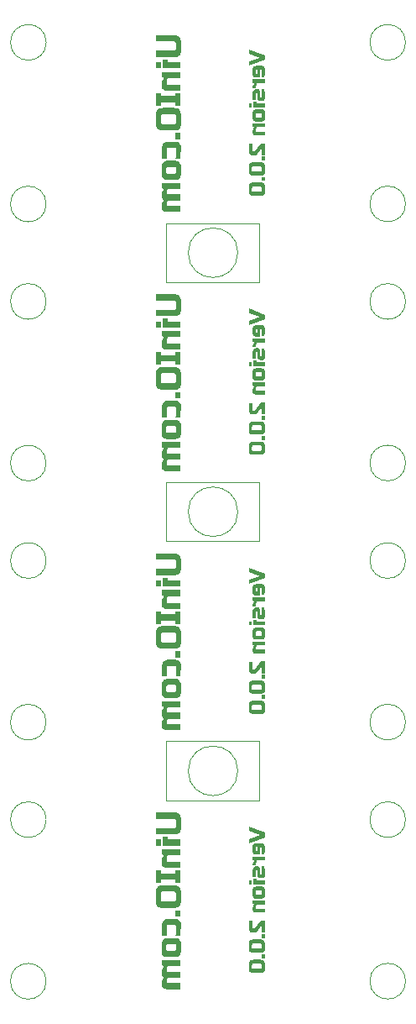
<source format=gbo>
%TF.GenerationSoftware,KiCad,Pcbnew,8.0.2*%
%TF.CreationDate,2024-04-29T22:59:26+08:00*%
%TF.ProjectId,UINIO-Power-LDO,55494e49-4f2d-4506-9f77-65722d4c444f,Version 2.0.0*%
%TF.SameCoordinates,PX7c793c0PY34d0820*%
%TF.FileFunction,Legend,Bot*%
%TF.FilePolarity,Positive*%
%FSLAX46Y46*%
G04 Gerber Fmt 4.6, Leading zero omitted, Abs format (unit mm)*
G04 Created by KiCad (PCBNEW 8.0.2) date 2024-04-29 22:59:26*
%MOMM*%
%LPD*%
G01*
G04 APERTURE LIST*
%ADD10C,0.100000*%
%ADD11C,0.150000*%
%ADD12C,2.200000*%
%ADD13O,1.800000X1.000000*%
%ADD14R,1.700000X1.700000*%
%ADD15O,1.700000X1.700000*%
%ADD16C,2.800000*%
G04 APERTURE END LIST*
D10*
X9980000Y-46191666D02*
X19380000Y-46191666D01*
X19380000Y-52141666D01*
X9980000Y-52141666D01*
X9980000Y-46191666D01*
X9980000Y-20078333D02*
X19380000Y-20078333D01*
X19380000Y-26028333D01*
X9980000Y-26028333D01*
X9980000Y-20078333D01*
X9980000Y-72305000D02*
X19380000Y-72305000D01*
X19380000Y-78255000D01*
X9980000Y-78255000D01*
X9980000Y-72305000D01*
D11*
G36*
X19425145Y-3406799D02*
G01*
X18322340Y-3789381D01*
X18322340Y-4228237D01*
X19898000Y-3631893D01*
X19898000Y-3181705D01*
X18322340Y-2584971D01*
X18322340Y-3024217D01*
X19425145Y-3406799D01*
G37*
G36*
X19611145Y-4220841D02*
G01*
X19689160Y-4232999D01*
X19764676Y-4263621D01*
X19828439Y-4312256D01*
X19844921Y-4330151D01*
X19888152Y-4397440D01*
X19913370Y-4476483D01*
X19920665Y-4557671D01*
X19920488Y-4602194D01*
X19919072Y-4693125D01*
X19916238Y-4786573D01*
X19911989Y-4882536D01*
X19906322Y-4981014D01*
X19899239Y-5082009D01*
X19890739Y-5185519D01*
X19883435Y-5264803D01*
X19875334Y-5345501D01*
X19593966Y-5345501D01*
X19601934Y-5241270D01*
X19608840Y-5143512D01*
X19614684Y-5052227D01*
X19619465Y-4967413D01*
X19623947Y-4870498D01*
X19626769Y-4783697D01*
X19627965Y-4692884D01*
X19605690Y-4636611D01*
X19549025Y-4613945D01*
X19459144Y-4613945D01*
X19459144Y-5390833D01*
X19042563Y-5390833D01*
X19011555Y-5389991D01*
X18926279Y-5377369D01*
X18845160Y-5345579D01*
X18778390Y-5295089D01*
X18750808Y-5263386D01*
X18709668Y-5189273D01*
X18688631Y-5110369D01*
X18682647Y-5030526D01*
X18682647Y-4704217D01*
X18964015Y-4704217D01*
X18964015Y-4906646D01*
X18978849Y-4965093D01*
X19053896Y-4996918D01*
X19177776Y-4996918D01*
X19177776Y-4613945D01*
X19053896Y-4613945D01*
X18992454Y-4631224D01*
X18964015Y-4704217D01*
X18682647Y-4704217D01*
X18682647Y-4580337D01*
X18684143Y-4539274D01*
X18698448Y-4455231D01*
X18727901Y-4382749D01*
X18778390Y-4315773D01*
X18809982Y-4288191D01*
X18883926Y-4247051D01*
X18962745Y-4226014D01*
X19042563Y-4220030D01*
X19583024Y-4220030D01*
X19611145Y-4220841D01*
G37*
G36*
X19031230Y-6272061D02*
G01*
X19036578Y-6191556D01*
X19052622Y-6109629D01*
X19079360Y-6026280D01*
X19098837Y-5979360D01*
X19898000Y-5979360D01*
X19898000Y-5585445D01*
X18704922Y-5585445D01*
X18704922Y-5934419D01*
X18851468Y-5956694D01*
X18794095Y-6029999D01*
X18748593Y-6104541D01*
X18714960Y-6180319D01*
X18693198Y-6257333D01*
X18683307Y-6335584D01*
X18682647Y-6361942D01*
X18682647Y-6463156D01*
X19031230Y-6463156D01*
X19031230Y-6272061D01*
G37*
G36*
X19583024Y-6570623D02*
G01*
X19589030Y-6654579D01*
X19594445Y-6735135D01*
X19600747Y-6837252D01*
X19605998Y-6933325D01*
X19610199Y-7023353D01*
X19613350Y-7107336D01*
X19615811Y-7203814D01*
X19616632Y-7290847D01*
X19594357Y-7347120D01*
X19537692Y-7369786D01*
X19459144Y-7369786D01*
X19459144Y-6885599D01*
X19451849Y-6804410D01*
X19426631Y-6725367D01*
X19383400Y-6658078D01*
X19366918Y-6640184D01*
X19303155Y-6591549D01*
X19227638Y-6560927D01*
X19149623Y-6548768D01*
X19121503Y-6547958D01*
X19042563Y-6547958D01*
X18961406Y-6555253D01*
X18882469Y-6580471D01*
X18815364Y-6623702D01*
X18797539Y-6640184D01*
X18748698Y-6703946D01*
X18717946Y-6779463D01*
X18705736Y-6857478D01*
X18704922Y-6885599D01*
X18704922Y-7651154D01*
X18997623Y-7651154D01*
X18997623Y-7020812D01*
X19020288Y-6964147D01*
X19076562Y-6941872D01*
X19132836Y-6964147D01*
X19155110Y-7020812D01*
X19155110Y-7426059D01*
X19162437Y-7507217D01*
X19187762Y-7586153D01*
X19231176Y-7653259D01*
X19247727Y-7671084D01*
X19311284Y-7719925D01*
X19386671Y-7750676D01*
X19464634Y-7762887D01*
X19492752Y-7763701D01*
X19583024Y-7763701D01*
X19664213Y-7756375D01*
X19743256Y-7731050D01*
X19810545Y-7687635D01*
X19828439Y-7671084D01*
X19877074Y-7607527D01*
X19907696Y-7532140D01*
X19919855Y-7454177D01*
X19920665Y-7426059D01*
X19919957Y-7325499D01*
X19917832Y-7223118D01*
X19914290Y-7118918D01*
X19910705Y-7039574D01*
X19906322Y-6959206D01*
X19901143Y-6877815D01*
X19895166Y-6795400D01*
X19888393Y-6711962D01*
X19880823Y-6627500D01*
X19875334Y-6570623D01*
X19583024Y-6570623D01*
G37*
G36*
X18749863Y-8387790D02*
G01*
X19898000Y-8387790D01*
X19898000Y-7993875D01*
X19053896Y-7993875D01*
X19053896Y-7825055D01*
X18749863Y-7825055D01*
X18749863Y-8387790D01*
G37*
G36*
X18299674Y-7993875D02*
G01*
X18299674Y-8387790D01*
X18615041Y-8387790D01*
X18615041Y-7993875D01*
X18299674Y-7993875D01*
G37*
G36*
X19601422Y-8587416D02*
G01*
X19685464Y-8601721D01*
X19757946Y-8631173D01*
X19824922Y-8681663D01*
X19852504Y-8713367D01*
X19893644Y-8787479D01*
X19914681Y-8866384D01*
X19920665Y-8946227D01*
X19920665Y-9464022D01*
X19919824Y-9495030D01*
X19907201Y-9580306D01*
X19875412Y-9661425D01*
X19824922Y-9728195D01*
X19793218Y-9755777D01*
X19719106Y-9796917D01*
X19640201Y-9817954D01*
X19560358Y-9823938D01*
X19042563Y-9823938D01*
X19011555Y-9823096D01*
X18926279Y-9810474D01*
X18845160Y-9778684D01*
X18778390Y-9728195D01*
X18750808Y-9696603D01*
X18709668Y-9622659D01*
X18688631Y-9543840D01*
X18682647Y-9464022D01*
X18682647Y-9070107D01*
X18986290Y-9070107D01*
X18986290Y-9340142D01*
X19003568Y-9401584D01*
X19076562Y-9430023D01*
X19526750Y-9430023D01*
X19584945Y-9415189D01*
X19616632Y-9340142D01*
X19616632Y-9070107D01*
X19601798Y-9011659D01*
X19526750Y-8979835D01*
X19076562Y-8979835D01*
X19014852Y-8997113D01*
X18986290Y-9070107D01*
X18682647Y-9070107D01*
X18682647Y-8946227D01*
X18684143Y-8905164D01*
X18698448Y-8821121D01*
X18727901Y-8748639D01*
X18778390Y-8681663D01*
X18809982Y-8654081D01*
X18883926Y-8612941D01*
X18962745Y-8591904D01*
X19042563Y-8585920D01*
X19560358Y-8585920D01*
X19601422Y-8587416D01*
G37*
G36*
X19008956Y-10682500D02*
G01*
X19014266Y-10596817D01*
X19028310Y-10512431D01*
X19048454Y-10431197D01*
X19053896Y-10412466D01*
X19898000Y-10412466D01*
X19898000Y-10018551D01*
X18704922Y-10018551D01*
X18704922Y-10367525D01*
X18817469Y-10389800D01*
X18774033Y-10463255D01*
X18739371Y-10538003D01*
X18715473Y-10607078D01*
X18695470Y-10685718D01*
X18683801Y-10765102D01*
X18682647Y-10795048D01*
X18682647Y-10896262D01*
X18689942Y-10977608D01*
X18715160Y-11056682D01*
X18758391Y-11123849D01*
X18774873Y-11141677D01*
X18838468Y-11190312D01*
X18913969Y-11220934D01*
X18992101Y-11233092D01*
X19020288Y-11233903D01*
X19898000Y-11233903D01*
X19898000Y-10839988D01*
X19087504Y-10839988D01*
X19031621Y-10817322D01*
X19008956Y-10761440D01*
X19008956Y-10682500D01*
G37*
G36*
X18817469Y-13248809D02*
G01*
X18898757Y-13241048D01*
X18975071Y-13217767D01*
X19046411Y-13178965D01*
X19112777Y-13124642D01*
X19148467Y-13086632D01*
X19199188Y-13024527D01*
X19234050Y-12978383D01*
X19583024Y-12494587D01*
X19583024Y-13248809D01*
X19898000Y-13248809D01*
X19898000Y-12033066D01*
X19470477Y-12033066D01*
X18885076Y-12843561D01*
X18772528Y-12843561D01*
X18695547Y-12827584D01*
X18643786Y-12761034D01*
X18637316Y-12708348D01*
X18637316Y-12078006D01*
X18322340Y-12078006D01*
X18322340Y-12798620D01*
X18326104Y-12882600D01*
X18340012Y-12969116D01*
X18368454Y-13052880D01*
X18410280Y-13120523D01*
X18429416Y-13141733D01*
X18499689Y-13193493D01*
X18579386Y-13225281D01*
X18662424Y-13242117D01*
X18743482Y-13248391D01*
X18772528Y-13248809D01*
X18817469Y-13248809D01*
G37*
G36*
X19560358Y-13376597D02*
G01*
X19560358Y-13781844D01*
X19898000Y-13781844D01*
X19898000Y-13376597D01*
X19560358Y-13376597D01*
G37*
G36*
X19499478Y-13937015D02*
G01*
X19580435Y-13943289D01*
X19663425Y-13960124D01*
X19743158Y-13991912D01*
X19813589Y-14043673D01*
X19832725Y-14064883D01*
X19874551Y-14132526D01*
X19902994Y-14216289D01*
X19916901Y-14302805D01*
X19920665Y-14386785D01*
X19920665Y-14814699D01*
X19920247Y-14843745D01*
X19913973Y-14924803D01*
X19897138Y-15007841D01*
X19865350Y-15087538D01*
X19813589Y-15157811D01*
X19792379Y-15176947D01*
X19724736Y-15218773D01*
X19640973Y-15247215D01*
X19554457Y-15261123D01*
X19470477Y-15264887D01*
X18749863Y-15264887D01*
X18720862Y-15264469D01*
X18639905Y-15258195D01*
X18556915Y-15241360D01*
X18477182Y-15209571D01*
X18406750Y-15157811D01*
X18387615Y-15136667D01*
X18345788Y-15069134D01*
X18317346Y-14985383D01*
X18303439Y-14898798D01*
X18299674Y-14814699D01*
X18299674Y-14477057D01*
X18615041Y-14477057D01*
X18615041Y-14724426D01*
X18621492Y-14777112D01*
X18673104Y-14843662D01*
X18749863Y-14859639D01*
X19470477Y-14859639D01*
X19523010Y-14853169D01*
X19589368Y-14801408D01*
X19605299Y-14724426D01*
X19605299Y-14477057D01*
X19598847Y-14424372D01*
X19547236Y-14357822D01*
X19470477Y-14341844D01*
X18749863Y-14341844D01*
X18697330Y-14348315D01*
X18630972Y-14400076D01*
X18615041Y-14477057D01*
X18299674Y-14477057D01*
X18299674Y-14386785D01*
X18300093Y-14357784D01*
X18306367Y-14276827D01*
X18323202Y-14193837D01*
X18354990Y-14114104D01*
X18406750Y-14043673D01*
X18427961Y-14024537D01*
X18495604Y-13982711D01*
X18579367Y-13954268D01*
X18665883Y-13940361D01*
X18749863Y-13936597D01*
X19470477Y-13936597D01*
X19499478Y-13937015D01*
G37*
G36*
X19560358Y-15414950D02*
G01*
X19560358Y-15820198D01*
X19898000Y-15820198D01*
X19898000Y-15414950D01*
X19560358Y-15414950D01*
G37*
G36*
X19499478Y-15975368D02*
G01*
X19580435Y-15981642D01*
X19663425Y-15998477D01*
X19743158Y-16030265D01*
X19813589Y-16082026D01*
X19832725Y-16103236D01*
X19874551Y-16170879D01*
X19902994Y-16254642D01*
X19916901Y-16341158D01*
X19920665Y-16425138D01*
X19920665Y-16853052D01*
X19920247Y-16882098D01*
X19913973Y-16963156D01*
X19897138Y-17046194D01*
X19865350Y-17125891D01*
X19813589Y-17196164D01*
X19792379Y-17215300D01*
X19724736Y-17257126D01*
X19640973Y-17285568D01*
X19554457Y-17299476D01*
X19470477Y-17303240D01*
X18749863Y-17303240D01*
X18720862Y-17302822D01*
X18639905Y-17296548D01*
X18556915Y-17279713D01*
X18477182Y-17247924D01*
X18406750Y-17196164D01*
X18387615Y-17175020D01*
X18345788Y-17107487D01*
X18317346Y-17023736D01*
X18303439Y-16937151D01*
X18299674Y-16853052D01*
X18299674Y-16515410D01*
X18615041Y-16515410D01*
X18615041Y-16762780D01*
X18621492Y-16815465D01*
X18673104Y-16882015D01*
X18749863Y-16897992D01*
X19470477Y-16897992D01*
X19523010Y-16891522D01*
X19589368Y-16839761D01*
X19605299Y-16762780D01*
X19605299Y-16515410D01*
X19598847Y-16462725D01*
X19547236Y-16396175D01*
X19470477Y-16380198D01*
X18749863Y-16380198D01*
X18697330Y-16386668D01*
X18630972Y-16438429D01*
X18615041Y-16515410D01*
X18299674Y-16515410D01*
X18299674Y-16425138D01*
X18300093Y-16396137D01*
X18306367Y-16315180D01*
X18323202Y-16232190D01*
X18354990Y-16152457D01*
X18406750Y-16082026D01*
X18427961Y-16062890D01*
X18495604Y-16021064D01*
X18579367Y-15992622D01*
X18665883Y-15978714D01*
X18749863Y-15974950D01*
X19470477Y-15974950D01*
X19499478Y-15975368D01*
G37*
G36*
X8943032Y-2704797D02*
G01*
X8943032Y-3337386D01*
X10736995Y-3337386D01*
X10868214Y-3331504D01*
X11003395Y-3309774D01*
X11134275Y-3265333D01*
X11239967Y-3199979D01*
X11273108Y-3170080D01*
X11353984Y-3060278D01*
X11403653Y-2935752D01*
X11429958Y-2806005D01*
X11439761Y-2679352D01*
X11440415Y-2633967D01*
X11440415Y-1825523D01*
X11434533Y-1694097D01*
X11412803Y-1558728D01*
X11368362Y-1427705D01*
X11303008Y-1321946D01*
X11273108Y-1288799D01*
X11163060Y-1208219D01*
X11038477Y-1158731D01*
X10908805Y-1132522D01*
X10782309Y-1122755D01*
X10736995Y-1122104D01*
X8943032Y-1122104D01*
X8943032Y-1754693D01*
X10736995Y-1754693D01*
X10856931Y-1779657D01*
X10937574Y-1883642D01*
X10947655Y-1965963D01*
X10947655Y-2493527D01*
X10922762Y-2613811D01*
X10819078Y-2694688D01*
X10736995Y-2704797D01*
X8943032Y-2704797D01*
G37*
G36*
X9611036Y-4483496D02*
G01*
X11405000Y-4483496D01*
X11405000Y-3868004D01*
X10086088Y-3868004D01*
X10086088Y-3604221D01*
X9611036Y-3604221D01*
X9611036Y-4483496D01*
G37*
G36*
X8907616Y-3868004D02*
G01*
X8907616Y-4483496D01*
X9400376Y-4483496D01*
X9400376Y-3868004D01*
X8907616Y-3868004D01*
G37*
G36*
X10015868Y-5865910D02*
G01*
X10024166Y-5732029D01*
X10046109Y-5600176D01*
X10077585Y-5473249D01*
X10086088Y-5443981D01*
X11405000Y-5443981D01*
X11405000Y-4828489D01*
X9540816Y-4828489D01*
X9540816Y-5373761D01*
X9716671Y-5408566D01*
X9648802Y-5523339D01*
X9594642Y-5640134D01*
X9557302Y-5748063D01*
X9526047Y-5870938D01*
X9507815Y-5994975D01*
X9506011Y-6041765D01*
X9506011Y-6199912D01*
X9517410Y-6327016D01*
X9556813Y-6450569D01*
X9624362Y-6555517D01*
X9650115Y-6583374D01*
X9749481Y-6659366D01*
X9867453Y-6707212D01*
X9989533Y-6726210D01*
X10033576Y-6727477D01*
X11405000Y-6727477D01*
X11405000Y-6111985D01*
X10138600Y-6111985D01*
X10051284Y-6076570D01*
X10015868Y-5989253D01*
X10015868Y-5865910D01*
G37*
G36*
X11405000Y-8227128D02*
G01*
X11405000Y-6961339D01*
X10912850Y-6961339D01*
X10912850Y-7277634D01*
X9435181Y-7277634D01*
X9435181Y-6961339D01*
X8943032Y-6961339D01*
X8943032Y-8227128D01*
X9435181Y-8227128D01*
X9435181Y-7910834D01*
X10912850Y-7910834D01*
X10912850Y-8227128D01*
X11405000Y-8227128D01*
G37*
G36*
X10782309Y-8464697D02*
G01*
X10908805Y-8474500D01*
X11038477Y-8500805D01*
X11163060Y-8550474D01*
X11273108Y-8631350D01*
X11303008Y-8664491D01*
X11368362Y-8770183D01*
X11412803Y-8901063D01*
X11434533Y-9036244D01*
X11440415Y-9167463D01*
X11440415Y-10046737D01*
X11439761Y-10092122D01*
X11429958Y-10218776D01*
X11403653Y-10348523D01*
X11353984Y-10473048D01*
X11273108Y-10582850D01*
X11239967Y-10612750D01*
X11134275Y-10678104D01*
X11003395Y-10722545D01*
X10868214Y-10744275D01*
X10736995Y-10750157D01*
X9611036Y-10750157D01*
X9565722Y-10749503D01*
X9439226Y-10739700D01*
X9309554Y-10713395D01*
X9184972Y-10663726D01*
X9074923Y-10582850D01*
X9045023Y-10549813D01*
X8979669Y-10444293D01*
X8935228Y-10313432D01*
X8913498Y-10178142D01*
X8907616Y-10046737D01*
X8907616Y-9308513D01*
X9400376Y-9308513D01*
X9400376Y-9906298D01*
X9410457Y-9988619D01*
X9491100Y-10092603D01*
X9611036Y-10117568D01*
X10736995Y-10117568D01*
X10819078Y-10107458D01*
X10922762Y-10026581D01*
X10947655Y-9906298D01*
X10947655Y-9308513D01*
X10937574Y-9226192D01*
X10856931Y-9122208D01*
X10736995Y-9097243D01*
X9611036Y-9097243D01*
X9528953Y-9107353D01*
X9425269Y-9188230D01*
X9400376Y-9308513D01*
X8907616Y-9308513D01*
X8907616Y-9167463D01*
X8908270Y-9122149D01*
X8918073Y-8995653D01*
X8944378Y-8865982D01*
X8994047Y-8741399D01*
X9074923Y-8631350D01*
X9108064Y-8601450D01*
X9213756Y-8536096D01*
X9344636Y-8491656D01*
X9479817Y-8469925D01*
X9611036Y-8464044D01*
X10736995Y-8464044D01*
X10782309Y-8464697D01*
G37*
G36*
X10877435Y-10984019D02*
G01*
X10877435Y-11617219D01*
X11405000Y-11617219D01*
X11405000Y-10984019D01*
X10877435Y-10984019D01*
G37*
G36*
X11369584Y-13547348D02*
G01*
X11382242Y-13425401D01*
X11397183Y-13267030D01*
X11409911Y-13113486D01*
X11420424Y-12964770D01*
X11428725Y-12820881D01*
X11434812Y-12681820D01*
X11438685Y-12547587D01*
X11440346Y-12418181D01*
X11440415Y-12386584D01*
X11429016Y-12259726D01*
X11389613Y-12136222D01*
X11322064Y-12031083D01*
X11296311Y-12003122D01*
X11196682Y-11927130D01*
X11078687Y-11879284D01*
X10956789Y-11860286D01*
X10912850Y-11859019D01*
X10103796Y-11859019D01*
X9979041Y-11868369D01*
X9855753Y-11901240D01*
X9739952Y-11965521D01*
X9690415Y-12008618D01*
X9611525Y-12113268D01*
X9565506Y-12226521D01*
X9543153Y-12357837D01*
X9540816Y-12421999D01*
X9540816Y-13547348D01*
X10015868Y-13547348D01*
X10015868Y-12615561D01*
X10060304Y-12501509D01*
X10156308Y-12474511D01*
X10842020Y-12474511D01*
X10930558Y-12509926D01*
X10965362Y-12597854D01*
X10963516Y-12727605D01*
X10959157Y-12852753D01*
X10952234Y-12993374D01*
X10944850Y-13117013D01*
X10935824Y-13250555D01*
X10925158Y-13394000D01*
X10912850Y-13547348D01*
X11369584Y-13547348D01*
G37*
G36*
X10941596Y-13785990D02*
G01*
X11072913Y-13808342D01*
X11186166Y-13854362D01*
X11290816Y-13933252D01*
X11333913Y-13982789D01*
X11398194Y-14098589D01*
X11431065Y-14221878D01*
X11440415Y-14346633D01*
X11440415Y-15155687D01*
X11439100Y-15204137D01*
X11419377Y-15337381D01*
X11369706Y-15464129D01*
X11290816Y-15568457D01*
X11241279Y-15611555D01*
X11125478Y-15675835D01*
X11002190Y-15708706D01*
X10877435Y-15718056D01*
X10068381Y-15718056D01*
X10019930Y-15716741D01*
X9886687Y-15697019D01*
X9759938Y-15647347D01*
X9655610Y-15568457D01*
X9612513Y-15519096D01*
X9548232Y-15403558D01*
X9515361Y-15280403D01*
X9506011Y-15155687D01*
X9506011Y-14540195D01*
X9980453Y-14540195D01*
X9980453Y-14962124D01*
X10007451Y-15058128D01*
X10121503Y-15102564D01*
X10824923Y-15102564D01*
X10915852Y-15079386D01*
X10965362Y-14962124D01*
X10965362Y-14540195D01*
X10942184Y-14448870D01*
X10824923Y-14399145D01*
X10121503Y-14399145D01*
X10025082Y-14426143D01*
X9980453Y-14540195D01*
X9506011Y-14540195D01*
X9506011Y-14346633D01*
X9508349Y-14282471D01*
X9530701Y-14151154D01*
X9576720Y-14037901D01*
X9655610Y-13933252D01*
X9704971Y-13890154D01*
X9820510Y-13825873D01*
X9943664Y-13793003D01*
X10068381Y-13783653D01*
X10877435Y-13783653D01*
X10941596Y-13785990D01*
G37*
G36*
X9506011Y-17270830D02*
G01*
X9519178Y-17405011D01*
X9558676Y-17523011D01*
X9634588Y-17636419D01*
X9716671Y-17710467D01*
X9648802Y-17824815D01*
X9594642Y-17945367D01*
X9557302Y-18060345D01*
X9528101Y-18184879D01*
X9510069Y-18309872D01*
X9506011Y-18396179D01*
X9506011Y-18431594D01*
X9517410Y-18558403D01*
X9556813Y-18681741D01*
X9624362Y-18786594D01*
X9650115Y-18814445D01*
X9749481Y-18890759D01*
X9867453Y-18938808D01*
X9989533Y-18957887D01*
X10033576Y-18959159D01*
X11405000Y-18959159D01*
X11405000Y-18343667D01*
X10138600Y-18343667D01*
X10051284Y-18308252D01*
X10015868Y-18220324D01*
X10015868Y-18202616D01*
X10025743Y-18071641D01*
X10049058Y-17943605D01*
X10081768Y-17813688D01*
X10086088Y-17798395D01*
X11405000Y-17798395D01*
X11405000Y-17182903D01*
X10138600Y-17182903D01*
X10051284Y-17147487D01*
X10015868Y-17059560D01*
X10015868Y-17041852D01*
X10025743Y-16910877D01*
X10049058Y-16782840D01*
X10081768Y-16652924D01*
X10086088Y-16637630D01*
X11405000Y-16637630D01*
X11405000Y-16022138D01*
X9540816Y-16022138D01*
X9540816Y-16567411D01*
X9716671Y-16602215D01*
X9648802Y-16716989D01*
X9594642Y-16833783D01*
X9557302Y-16941713D01*
X9526047Y-17064588D01*
X9507815Y-17188625D01*
X9506011Y-17235415D01*
X9506011Y-17270830D01*
G37*
G36*
X8943032Y-81044797D02*
G01*
X8943032Y-81677386D01*
X10736995Y-81677386D01*
X10868214Y-81671504D01*
X11003395Y-81649774D01*
X11134275Y-81605333D01*
X11239967Y-81539979D01*
X11273108Y-81510080D01*
X11353984Y-81400278D01*
X11403653Y-81275752D01*
X11429958Y-81146005D01*
X11439761Y-81019352D01*
X11440415Y-80973967D01*
X11440415Y-80165523D01*
X11434533Y-80034097D01*
X11412803Y-79898728D01*
X11368362Y-79767705D01*
X11303008Y-79661946D01*
X11273108Y-79628799D01*
X11163060Y-79548219D01*
X11038477Y-79498731D01*
X10908805Y-79472522D01*
X10782309Y-79462755D01*
X10736995Y-79462104D01*
X8943032Y-79462104D01*
X8943032Y-80094693D01*
X10736995Y-80094693D01*
X10856931Y-80119657D01*
X10937574Y-80223642D01*
X10947655Y-80305963D01*
X10947655Y-80833527D01*
X10922762Y-80953811D01*
X10819078Y-81034688D01*
X10736995Y-81044797D01*
X8943032Y-81044797D01*
G37*
G36*
X9611036Y-82823496D02*
G01*
X11405000Y-82823496D01*
X11405000Y-82208004D01*
X10086088Y-82208004D01*
X10086088Y-81944221D01*
X9611036Y-81944221D01*
X9611036Y-82823496D01*
G37*
G36*
X8907616Y-82208004D02*
G01*
X8907616Y-82823496D01*
X9400376Y-82823496D01*
X9400376Y-82208004D01*
X8907616Y-82208004D01*
G37*
G36*
X10015868Y-84205910D02*
G01*
X10024166Y-84072029D01*
X10046109Y-83940176D01*
X10077585Y-83813249D01*
X10086088Y-83783981D01*
X11405000Y-83783981D01*
X11405000Y-83168489D01*
X9540816Y-83168489D01*
X9540816Y-83713761D01*
X9716671Y-83748566D01*
X9648802Y-83863339D01*
X9594642Y-83980134D01*
X9557302Y-84088063D01*
X9526047Y-84210938D01*
X9507815Y-84334975D01*
X9506011Y-84381765D01*
X9506011Y-84539912D01*
X9517410Y-84667016D01*
X9556813Y-84790569D01*
X9624362Y-84895517D01*
X9650115Y-84923374D01*
X9749481Y-84999366D01*
X9867453Y-85047212D01*
X9989533Y-85066210D01*
X10033576Y-85067477D01*
X11405000Y-85067477D01*
X11405000Y-84451985D01*
X10138600Y-84451985D01*
X10051284Y-84416570D01*
X10015868Y-84329253D01*
X10015868Y-84205910D01*
G37*
G36*
X11405000Y-86567128D02*
G01*
X11405000Y-85301339D01*
X10912850Y-85301339D01*
X10912850Y-85617634D01*
X9435181Y-85617634D01*
X9435181Y-85301339D01*
X8943032Y-85301339D01*
X8943032Y-86567128D01*
X9435181Y-86567128D01*
X9435181Y-86250834D01*
X10912850Y-86250834D01*
X10912850Y-86567128D01*
X11405000Y-86567128D01*
G37*
G36*
X10782309Y-86804697D02*
G01*
X10908805Y-86814500D01*
X11038477Y-86840805D01*
X11163060Y-86890474D01*
X11273108Y-86971350D01*
X11303008Y-87004491D01*
X11368362Y-87110183D01*
X11412803Y-87241063D01*
X11434533Y-87376244D01*
X11440415Y-87507463D01*
X11440415Y-88386737D01*
X11439761Y-88432122D01*
X11429958Y-88558776D01*
X11403653Y-88688523D01*
X11353984Y-88813048D01*
X11273108Y-88922850D01*
X11239967Y-88952750D01*
X11134275Y-89018104D01*
X11003395Y-89062545D01*
X10868214Y-89084275D01*
X10736995Y-89090157D01*
X9611036Y-89090157D01*
X9565722Y-89089503D01*
X9439226Y-89079700D01*
X9309554Y-89053395D01*
X9184972Y-89003726D01*
X9074923Y-88922850D01*
X9045023Y-88889813D01*
X8979669Y-88784293D01*
X8935228Y-88653432D01*
X8913498Y-88518142D01*
X8907616Y-88386737D01*
X8907616Y-87648513D01*
X9400376Y-87648513D01*
X9400376Y-88246298D01*
X9410457Y-88328619D01*
X9491100Y-88432603D01*
X9611036Y-88457568D01*
X10736995Y-88457568D01*
X10819078Y-88447458D01*
X10922762Y-88366581D01*
X10947655Y-88246298D01*
X10947655Y-87648513D01*
X10937574Y-87566192D01*
X10856931Y-87462208D01*
X10736995Y-87437243D01*
X9611036Y-87437243D01*
X9528953Y-87447353D01*
X9425269Y-87528230D01*
X9400376Y-87648513D01*
X8907616Y-87648513D01*
X8907616Y-87507463D01*
X8908270Y-87462149D01*
X8918073Y-87335653D01*
X8944378Y-87205982D01*
X8994047Y-87081399D01*
X9074923Y-86971350D01*
X9108064Y-86941450D01*
X9213756Y-86876096D01*
X9344636Y-86831656D01*
X9479817Y-86809925D01*
X9611036Y-86804044D01*
X10736995Y-86804044D01*
X10782309Y-86804697D01*
G37*
G36*
X10877435Y-89324019D02*
G01*
X10877435Y-89957219D01*
X11405000Y-89957219D01*
X11405000Y-89324019D01*
X10877435Y-89324019D01*
G37*
G36*
X11369584Y-91887348D02*
G01*
X11382242Y-91765401D01*
X11397183Y-91607030D01*
X11409911Y-91453486D01*
X11420424Y-91304770D01*
X11428725Y-91160881D01*
X11434812Y-91021820D01*
X11438685Y-90887587D01*
X11440346Y-90758181D01*
X11440415Y-90726584D01*
X11429016Y-90599726D01*
X11389613Y-90476222D01*
X11322064Y-90371083D01*
X11296311Y-90343122D01*
X11196682Y-90267130D01*
X11078687Y-90219284D01*
X10956789Y-90200286D01*
X10912850Y-90199019D01*
X10103796Y-90199019D01*
X9979041Y-90208369D01*
X9855753Y-90241240D01*
X9739952Y-90305521D01*
X9690415Y-90348618D01*
X9611525Y-90453268D01*
X9565506Y-90566521D01*
X9543153Y-90697837D01*
X9540816Y-90761999D01*
X9540816Y-91887348D01*
X10015868Y-91887348D01*
X10015868Y-90955561D01*
X10060304Y-90841509D01*
X10156308Y-90814511D01*
X10842020Y-90814511D01*
X10930558Y-90849926D01*
X10965362Y-90937854D01*
X10963516Y-91067605D01*
X10959157Y-91192753D01*
X10952234Y-91333374D01*
X10944850Y-91457013D01*
X10935824Y-91590555D01*
X10925158Y-91734000D01*
X10912850Y-91887348D01*
X11369584Y-91887348D01*
G37*
G36*
X10941596Y-92125990D02*
G01*
X11072913Y-92148342D01*
X11186166Y-92194362D01*
X11290816Y-92273252D01*
X11333913Y-92322789D01*
X11398194Y-92438589D01*
X11431065Y-92561878D01*
X11440415Y-92686633D01*
X11440415Y-93495687D01*
X11439100Y-93544137D01*
X11419377Y-93677381D01*
X11369706Y-93804129D01*
X11290816Y-93908457D01*
X11241279Y-93951555D01*
X11125478Y-94015835D01*
X11002190Y-94048706D01*
X10877435Y-94058056D01*
X10068381Y-94058056D01*
X10019930Y-94056741D01*
X9886687Y-94037019D01*
X9759938Y-93987347D01*
X9655610Y-93908457D01*
X9612513Y-93859096D01*
X9548232Y-93743558D01*
X9515361Y-93620403D01*
X9506011Y-93495687D01*
X9506011Y-92880195D01*
X9980453Y-92880195D01*
X9980453Y-93302124D01*
X10007451Y-93398128D01*
X10121503Y-93442564D01*
X10824923Y-93442564D01*
X10915852Y-93419386D01*
X10965362Y-93302124D01*
X10965362Y-92880195D01*
X10942184Y-92788870D01*
X10824923Y-92739145D01*
X10121503Y-92739145D01*
X10025082Y-92766143D01*
X9980453Y-92880195D01*
X9506011Y-92880195D01*
X9506011Y-92686633D01*
X9508349Y-92622471D01*
X9530701Y-92491154D01*
X9576720Y-92377901D01*
X9655610Y-92273252D01*
X9704971Y-92230154D01*
X9820510Y-92165873D01*
X9943664Y-92133003D01*
X10068381Y-92123653D01*
X10877435Y-92123653D01*
X10941596Y-92125990D01*
G37*
G36*
X9506011Y-95610830D02*
G01*
X9519178Y-95745011D01*
X9558676Y-95863011D01*
X9634588Y-95976419D01*
X9716671Y-96050467D01*
X9648802Y-96164815D01*
X9594642Y-96285367D01*
X9557302Y-96400345D01*
X9528101Y-96524879D01*
X9510069Y-96649872D01*
X9506011Y-96736179D01*
X9506011Y-96771594D01*
X9517410Y-96898403D01*
X9556813Y-97021741D01*
X9624362Y-97126594D01*
X9650115Y-97154445D01*
X9749481Y-97230759D01*
X9867453Y-97278808D01*
X9989533Y-97297887D01*
X10033576Y-97299159D01*
X11405000Y-97299159D01*
X11405000Y-96683667D01*
X10138600Y-96683667D01*
X10051284Y-96648252D01*
X10015868Y-96560324D01*
X10015868Y-96542616D01*
X10025743Y-96411641D01*
X10049058Y-96283605D01*
X10081768Y-96153688D01*
X10086088Y-96138395D01*
X11405000Y-96138395D01*
X11405000Y-95522903D01*
X10138600Y-95522903D01*
X10051284Y-95487487D01*
X10015868Y-95399560D01*
X10015868Y-95381852D01*
X10025743Y-95250877D01*
X10049058Y-95122840D01*
X10081768Y-94992924D01*
X10086088Y-94977630D01*
X11405000Y-94977630D01*
X11405000Y-94362138D01*
X9540816Y-94362138D01*
X9540816Y-94907411D01*
X9716671Y-94942215D01*
X9648802Y-95056989D01*
X9594642Y-95173783D01*
X9557302Y-95281713D01*
X9526047Y-95404588D01*
X9507815Y-95528625D01*
X9506011Y-95575415D01*
X9506011Y-95610830D01*
G37*
G36*
X19425145Y-55633465D02*
G01*
X18322340Y-56016047D01*
X18322340Y-56454903D01*
X19898000Y-55858559D01*
X19898000Y-55408371D01*
X18322340Y-54811637D01*
X18322340Y-55250883D01*
X19425145Y-55633465D01*
G37*
G36*
X19611145Y-56447507D02*
G01*
X19689160Y-56459665D01*
X19764676Y-56490287D01*
X19828439Y-56538922D01*
X19844921Y-56556817D01*
X19888152Y-56624106D01*
X19913370Y-56703149D01*
X19920665Y-56784337D01*
X19920488Y-56828860D01*
X19919072Y-56919791D01*
X19916238Y-57013239D01*
X19911989Y-57109202D01*
X19906322Y-57207680D01*
X19899239Y-57308675D01*
X19890739Y-57412185D01*
X19883435Y-57491469D01*
X19875334Y-57572167D01*
X19593966Y-57572167D01*
X19601934Y-57467936D01*
X19608840Y-57370178D01*
X19614684Y-57278893D01*
X19619465Y-57194079D01*
X19623947Y-57097164D01*
X19626769Y-57010363D01*
X19627965Y-56919550D01*
X19605690Y-56863277D01*
X19549025Y-56840611D01*
X19459144Y-56840611D01*
X19459144Y-57617499D01*
X19042563Y-57617499D01*
X19011555Y-57616657D01*
X18926279Y-57604035D01*
X18845160Y-57572245D01*
X18778390Y-57521755D01*
X18750808Y-57490052D01*
X18709668Y-57415939D01*
X18688631Y-57337035D01*
X18682647Y-57257192D01*
X18682647Y-56930883D01*
X18964015Y-56930883D01*
X18964015Y-57133312D01*
X18978849Y-57191759D01*
X19053896Y-57223584D01*
X19177776Y-57223584D01*
X19177776Y-56840611D01*
X19053896Y-56840611D01*
X18992454Y-56857890D01*
X18964015Y-56930883D01*
X18682647Y-56930883D01*
X18682647Y-56807003D01*
X18684143Y-56765940D01*
X18698448Y-56681897D01*
X18727901Y-56609415D01*
X18778390Y-56542439D01*
X18809982Y-56514857D01*
X18883926Y-56473717D01*
X18962745Y-56452680D01*
X19042563Y-56446696D01*
X19583024Y-56446696D01*
X19611145Y-56447507D01*
G37*
G36*
X19031230Y-58498727D02*
G01*
X19036578Y-58418222D01*
X19052622Y-58336295D01*
X19079360Y-58252946D01*
X19098837Y-58206026D01*
X19898000Y-58206026D01*
X19898000Y-57812111D01*
X18704922Y-57812111D01*
X18704922Y-58161085D01*
X18851468Y-58183360D01*
X18794095Y-58256665D01*
X18748593Y-58331207D01*
X18714960Y-58406985D01*
X18693198Y-58483999D01*
X18683307Y-58562250D01*
X18682647Y-58588608D01*
X18682647Y-58689822D01*
X19031230Y-58689822D01*
X19031230Y-58498727D01*
G37*
G36*
X19583024Y-58797289D02*
G01*
X19589030Y-58881245D01*
X19594445Y-58961801D01*
X19600747Y-59063918D01*
X19605998Y-59159991D01*
X19610199Y-59250019D01*
X19613350Y-59334002D01*
X19615811Y-59430480D01*
X19616632Y-59517513D01*
X19594357Y-59573786D01*
X19537692Y-59596452D01*
X19459144Y-59596452D01*
X19459144Y-59112265D01*
X19451849Y-59031076D01*
X19426631Y-58952033D01*
X19383400Y-58884744D01*
X19366918Y-58866850D01*
X19303155Y-58818215D01*
X19227638Y-58787593D01*
X19149623Y-58775434D01*
X19121503Y-58774624D01*
X19042563Y-58774624D01*
X18961406Y-58781919D01*
X18882469Y-58807137D01*
X18815364Y-58850368D01*
X18797539Y-58866850D01*
X18748698Y-58930612D01*
X18717946Y-59006129D01*
X18705736Y-59084144D01*
X18704922Y-59112265D01*
X18704922Y-59877820D01*
X18997623Y-59877820D01*
X18997623Y-59247478D01*
X19020288Y-59190813D01*
X19076562Y-59168538D01*
X19132836Y-59190813D01*
X19155110Y-59247478D01*
X19155110Y-59652725D01*
X19162437Y-59733883D01*
X19187762Y-59812819D01*
X19231176Y-59879925D01*
X19247727Y-59897750D01*
X19311284Y-59946591D01*
X19386671Y-59977342D01*
X19464634Y-59989553D01*
X19492752Y-59990367D01*
X19583024Y-59990367D01*
X19664213Y-59983041D01*
X19743256Y-59957716D01*
X19810545Y-59914301D01*
X19828439Y-59897750D01*
X19877074Y-59834193D01*
X19907696Y-59758806D01*
X19919855Y-59680843D01*
X19920665Y-59652725D01*
X19919957Y-59552165D01*
X19917832Y-59449784D01*
X19914290Y-59345584D01*
X19910705Y-59266240D01*
X19906322Y-59185872D01*
X19901143Y-59104481D01*
X19895166Y-59022066D01*
X19888393Y-58938628D01*
X19880823Y-58854166D01*
X19875334Y-58797289D01*
X19583024Y-58797289D01*
G37*
G36*
X18749863Y-60614456D02*
G01*
X19898000Y-60614456D01*
X19898000Y-60220541D01*
X19053896Y-60220541D01*
X19053896Y-60051721D01*
X18749863Y-60051721D01*
X18749863Y-60614456D01*
G37*
G36*
X18299674Y-60220541D02*
G01*
X18299674Y-60614456D01*
X18615041Y-60614456D01*
X18615041Y-60220541D01*
X18299674Y-60220541D01*
G37*
G36*
X19601422Y-60814082D02*
G01*
X19685464Y-60828387D01*
X19757946Y-60857839D01*
X19824922Y-60908329D01*
X19852504Y-60940033D01*
X19893644Y-61014145D01*
X19914681Y-61093050D01*
X19920665Y-61172893D01*
X19920665Y-61690688D01*
X19919824Y-61721696D01*
X19907201Y-61806972D01*
X19875412Y-61888091D01*
X19824922Y-61954861D01*
X19793218Y-61982443D01*
X19719106Y-62023583D01*
X19640201Y-62044620D01*
X19560358Y-62050604D01*
X19042563Y-62050604D01*
X19011555Y-62049762D01*
X18926279Y-62037140D01*
X18845160Y-62005350D01*
X18778390Y-61954861D01*
X18750808Y-61923269D01*
X18709668Y-61849325D01*
X18688631Y-61770506D01*
X18682647Y-61690688D01*
X18682647Y-61296773D01*
X18986290Y-61296773D01*
X18986290Y-61566808D01*
X19003568Y-61628250D01*
X19076562Y-61656689D01*
X19526750Y-61656689D01*
X19584945Y-61641855D01*
X19616632Y-61566808D01*
X19616632Y-61296773D01*
X19601798Y-61238325D01*
X19526750Y-61206501D01*
X19076562Y-61206501D01*
X19014852Y-61223779D01*
X18986290Y-61296773D01*
X18682647Y-61296773D01*
X18682647Y-61172893D01*
X18684143Y-61131830D01*
X18698448Y-61047787D01*
X18727901Y-60975305D01*
X18778390Y-60908329D01*
X18809982Y-60880747D01*
X18883926Y-60839607D01*
X18962745Y-60818570D01*
X19042563Y-60812586D01*
X19560358Y-60812586D01*
X19601422Y-60814082D01*
G37*
G36*
X19008956Y-62909166D02*
G01*
X19014266Y-62823483D01*
X19028310Y-62739097D01*
X19048454Y-62657863D01*
X19053896Y-62639132D01*
X19898000Y-62639132D01*
X19898000Y-62245217D01*
X18704922Y-62245217D01*
X18704922Y-62594191D01*
X18817469Y-62616466D01*
X18774033Y-62689921D01*
X18739371Y-62764669D01*
X18715473Y-62833744D01*
X18695470Y-62912384D01*
X18683801Y-62991768D01*
X18682647Y-63021714D01*
X18682647Y-63122928D01*
X18689942Y-63204274D01*
X18715160Y-63283348D01*
X18758391Y-63350515D01*
X18774873Y-63368343D01*
X18838468Y-63416978D01*
X18913969Y-63447600D01*
X18992101Y-63459758D01*
X19020288Y-63460569D01*
X19898000Y-63460569D01*
X19898000Y-63066654D01*
X19087504Y-63066654D01*
X19031621Y-63043988D01*
X19008956Y-62988106D01*
X19008956Y-62909166D01*
G37*
G36*
X18817469Y-65475475D02*
G01*
X18898757Y-65467714D01*
X18975071Y-65444433D01*
X19046411Y-65405631D01*
X19112777Y-65351308D01*
X19148467Y-65313298D01*
X19199188Y-65251193D01*
X19234050Y-65205049D01*
X19583024Y-64721253D01*
X19583024Y-65475475D01*
X19898000Y-65475475D01*
X19898000Y-64259732D01*
X19470477Y-64259732D01*
X18885076Y-65070227D01*
X18772528Y-65070227D01*
X18695547Y-65054250D01*
X18643786Y-64987700D01*
X18637316Y-64935014D01*
X18637316Y-64304672D01*
X18322340Y-64304672D01*
X18322340Y-65025286D01*
X18326104Y-65109266D01*
X18340012Y-65195782D01*
X18368454Y-65279546D01*
X18410280Y-65347189D01*
X18429416Y-65368399D01*
X18499689Y-65420159D01*
X18579386Y-65451947D01*
X18662424Y-65468783D01*
X18743482Y-65475057D01*
X18772528Y-65475475D01*
X18817469Y-65475475D01*
G37*
G36*
X19560358Y-65603263D02*
G01*
X19560358Y-66008510D01*
X19898000Y-66008510D01*
X19898000Y-65603263D01*
X19560358Y-65603263D01*
G37*
G36*
X19499478Y-66163681D02*
G01*
X19580435Y-66169955D01*
X19663425Y-66186790D01*
X19743158Y-66218578D01*
X19813589Y-66270339D01*
X19832725Y-66291549D01*
X19874551Y-66359192D01*
X19902994Y-66442955D01*
X19916901Y-66529471D01*
X19920665Y-66613451D01*
X19920665Y-67041365D01*
X19920247Y-67070411D01*
X19913973Y-67151469D01*
X19897138Y-67234507D01*
X19865350Y-67314204D01*
X19813589Y-67384477D01*
X19792379Y-67403613D01*
X19724736Y-67445439D01*
X19640973Y-67473881D01*
X19554457Y-67487789D01*
X19470477Y-67491553D01*
X18749863Y-67491553D01*
X18720862Y-67491135D01*
X18639905Y-67484861D01*
X18556915Y-67468026D01*
X18477182Y-67436237D01*
X18406750Y-67384477D01*
X18387615Y-67363333D01*
X18345788Y-67295800D01*
X18317346Y-67212049D01*
X18303439Y-67125464D01*
X18299674Y-67041365D01*
X18299674Y-66703723D01*
X18615041Y-66703723D01*
X18615041Y-66951092D01*
X18621492Y-67003778D01*
X18673104Y-67070328D01*
X18749863Y-67086305D01*
X19470477Y-67086305D01*
X19523010Y-67079835D01*
X19589368Y-67028074D01*
X19605299Y-66951092D01*
X19605299Y-66703723D01*
X19598847Y-66651038D01*
X19547236Y-66584488D01*
X19470477Y-66568510D01*
X18749863Y-66568510D01*
X18697330Y-66574981D01*
X18630972Y-66626742D01*
X18615041Y-66703723D01*
X18299674Y-66703723D01*
X18299674Y-66613451D01*
X18300093Y-66584450D01*
X18306367Y-66503493D01*
X18323202Y-66420503D01*
X18354990Y-66340770D01*
X18406750Y-66270339D01*
X18427961Y-66251203D01*
X18495604Y-66209377D01*
X18579367Y-66180934D01*
X18665883Y-66167027D01*
X18749863Y-66163263D01*
X19470477Y-66163263D01*
X19499478Y-66163681D01*
G37*
G36*
X19560358Y-67641616D02*
G01*
X19560358Y-68046864D01*
X19898000Y-68046864D01*
X19898000Y-67641616D01*
X19560358Y-67641616D01*
G37*
G36*
X19499478Y-68202034D02*
G01*
X19580435Y-68208308D01*
X19663425Y-68225143D01*
X19743158Y-68256931D01*
X19813589Y-68308692D01*
X19832725Y-68329902D01*
X19874551Y-68397545D01*
X19902994Y-68481308D01*
X19916901Y-68567824D01*
X19920665Y-68651804D01*
X19920665Y-69079718D01*
X19920247Y-69108764D01*
X19913973Y-69189822D01*
X19897138Y-69272860D01*
X19865350Y-69352557D01*
X19813589Y-69422830D01*
X19792379Y-69441966D01*
X19724736Y-69483792D01*
X19640973Y-69512234D01*
X19554457Y-69526142D01*
X19470477Y-69529906D01*
X18749863Y-69529906D01*
X18720862Y-69529488D01*
X18639905Y-69523214D01*
X18556915Y-69506379D01*
X18477182Y-69474590D01*
X18406750Y-69422830D01*
X18387615Y-69401686D01*
X18345788Y-69334153D01*
X18317346Y-69250402D01*
X18303439Y-69163817D01*
X18299674Y-69079718D01*
X18299674Y-68742076D01*
X18615041Y-68742076D01*
X18615041Y-68989446D01*
X18621492Y-69042131D01*
X18673104Y-69108681D01*
X18749863Y-69124658D01*
X19470477Y-69124658D01*
X19523010Y-69118188D01*
X19589368Y-69066427D01*
X19605299Y-68989446D01*
X19605299Y-68742076D01*
X19598847Y-68689391D01*
X19547236Y-68622841D01*
X19470477Y-68606864D01*
X18749863Y-68606864D01*
X18697330Y-68613334D01*
X18630972Y-68665095D01*
X18615041Y-68742076D01*
X18299674Y-68742076D01*
X18299674Y-68651804D01*
X18300093Y-68622803D01*
X18306367Y-68541846D01*
X18323202Y-68458856D01*
X18354990Y-68379123D01*
X18406750Y-68308692D01*
X18427961Y-68289556D01*
X18495604Y-68247730D01*
X18579367Y-68219288D01*
X18665883Y-68205380D01*
X18749863Y-68201616D01*
X19470477Y-68201616D01*
X19499478Y-68202034D01*
G37*
G36*
X8943032Y-28818130D02*
G01*
X8943032Y-29450719D01*
X10736995Y-29450719D01*
X10868214Y-29444837D01*
X11003395Y-29423107D01*
X11134275Y-29378666D01*
X11239967Y-29313312D01*
X11273108Y-29283413D01*
X11353984Y-29173611D01*
X11403653Y-29049085D01*
X11429958Y-28919338D01*
X11439761Y-28792685D01*
X11440415Y-28747300D01*
X11440415Y-27938856D01*
X11434533Y-27807430D01*
X11412803Y-27672061D01*
X11368362Y-27541038D01*
X11303008Y-27435279D01*
X11273108Y-27402132D01*
X11163060Y-27321552D01*
X11038477Y-27272064D01*
X10908805Y-27245855D01*
X10782309Y-27236088D01*
X10736995Y-27235437D01*
X8943032Y-27235437D01*
X8943032Y-27868026D01*
X10736995Y-27868026D01*
X10856931Y-27892990D01*
X10937574Y-27996975D01*
X10947655Y-28079296D01*
X10947655Y-28606860D01*
X10922762Y-28727144D01*
X10819078Y-28808021D01*
X10736995Y-28818130D01*
X8943032Y-28818130D01*
G37*
G36*
X9611036Y-30596829D02*
G01*
X11405000Y-30596829D01*
X11405000Y-29981337D01*
X10086088Y-29981337D01*
X10086088Y-29717554D01*
X9611036Y-29717554D01*
X9611036Y-30596829D01*
G37*
G36*
X8907616Y-29981337D02*
G01*
X8907616Y-30596829D01*
X9400376Y-30596829D01*
X9400376Y-29981337D01*
X8907616Y-29981337D01*
G37*
G36*
X10015868Y-31979243D02*
G01*
X10024166Y-31845362D01*
X10046109Y-31713509D01*
X10077585Y-31586582D01*
X10086088Y-31557314D01*
X11405000Y-31557314D01*
X11405000Y-30941822D01*
X9540816Y-30941822D01*
X9540816Y-31487094D01*
X9716671Y-31521899D01*
X9648802Y-31636672D01*
X9594642Y-31753467D01*
X9557302Y-31861396D01*
X9526047Y-31984271D01*
X9507815Y-32108308D01*
X9506011Y-32155098D01*
X9506011Y-32313245D01*
X9517410Y-32440349D01*
X9556813Y-32563902D01*
X9624362Y-32668850D01*
X9650115Y-32696707D01*
X9749481Y-32772699D01*
X9867453Y-32820545D01*
X9989533Y-32839543D01*
X10033576Y-32840810D01*
X11405000Y-32840810D01*
X11405000Y-32225318D01*
X10138600Y-32225318D01*
X10051284Y-32189903D01*
X10015868Y-32102586D01*
X10015868Y-31979243D01*
G37*
G36*
X11405000Y-34340461D02*
G01*
X11405000Y-33074672D01*
X10912850Y-33074672D01*
X10912850Y-33390967D01*
X9435181Y-33390967D01*
X9435181Y-33074672D01*
X8943032Y-33074672D01*
X8943032Y-34340461D01*
X9435181Y-34340461D01*
X9435181Y-34024167D01*
X10912850Y-34024167D01*
X10912850Y-34340461D01*
X11405000Y-34340461D01*
G37*
G36*
X10782309Y-34578030D02*
G01*
X10908805Y-34587833D01*
X11038477Y-34614138D01*
X11163060Y-34663807D01*
X11273108Y-34744683D01*
X11303008Y-34777824D01*
X11368362Y-34883516D01*
X11412803Y-35014396D01*
X11434533Y-35149577D01*
X11440415Y-35280796D01*
X11440415Y-36160070D01*
X11439761Y-36205455D01*
X11429958Y-36332109D01*
X11403653Y-36461856D01*
X11353984Y-36586381D01*
X11273108Y-36696183D01*
X11239967Y-36726083D01*
X11134275Y-36791437D01*
X11003395Y-36835878D01*
X10868214Y-36857608D01*
X10736995Y-36863490D01*
X9611036Y-36863490D01*
X9565722Y-36862836D01*
X9439226Y-36853033D01*
X9309554Y-36826728D01*
X9184972Y-36777059D01*
X9074923Y-36696183D01*
X9045023Y-36663146D01*
X8979669Y-36557626D01*
X8935228Y-36426765D01*
X8913498Y-36291475D01*
X8907616Y-36160070D01*
X8907616Y-35421846D01*
X9400376Y-35421846D01*
X9400376Y-36019631D01*
X9410457Y-36101952D01*
X9491100Y-36205936D01*
X9611036Y-36230901D01*
X10736995Y-36230901D01*
X10819078Y-36220791D01*
X10922762Y-36139914D01*
X10947655Y-36019631D01*
X10947655Y-35421846D01*
X10937574Y-35339525D01*
X10856931Y-35235541D01*
X10736995Y-35210576D01*
X9611036Y-35210576D01*
X9528953Y-35220686D01*
X9425269Y-35301563D01*
X9400376Y-35421846D01*
X8907616Y-35421846D01*
X8907616Y-35280796D01*
X8908270Y-35235482D01*
X8918073Y-35108986D01*
X8944378Y-34979315D01*
X8994047Y-34854732D01*
X9074923Y-34744683D01*
X9108064Y-34714783D01*
X9213756Y-34649429D01*
X9344636Y-34604989D01*
X9479817Y-34583258D01*
X9611036Y-34577377D01*
X10736995Y-34577377D01*
X10782309Y-34578030D01*
G37*
G36*
X10877435Y-37097352D02*
G01*
X10877435Y-37730552D01*
X11405000Y-37730552D01*
X11405000Y-37097352D01*
X10877435Y-37097352D01*
G37*
G36*
X11369584Y-39660681D02*
G01*
X11382242Y-39538734D01*
X11397183Y-39380363D01*
X11409911Y-39226819D01*
X11420424Y-39078103D01*
X11428725Y-38934214D01*
X11434812Y-38795153D01*
X11438685Y-38660920D01*
X11440346Y-38531514D01*
X11440415Y-38499917D01*
X11429016Y-38373059D01*
X11389613Y-38249555D01*
X11322064Y-38144416D01*
X11296311Y-38116455D01*
X11196682Y-38040463D01*
X11078687Y-37992617D01*
X10956789Y-37973619D01*
X10912850Y-37972352D01*
X10103796Y-37972352D01*
X9979041Y-37981702D01*
X9855753Y-38014573D01*
X9739952Y-38078854D01*
X9690415Y-38121951D01*
X9611525Y-38226601D01*
X9565506Y-38339854D01*
X9543153Y-38471170D01*
X9540816Y-38535332D01*
X9540816Y-39660681D01*
X10015868Y-39660681D01*
X10015868Y-38728894D01*
X10060304Y-38614842D01*
X10156308Y-38587844D01*
X10842020Y-38587844D01*
X10930558Y-38623259D01*
X10965362Y-38711187D01*
X10963516Y-38840938D01*
X10959157Y-38966086D01*
X10952234Y-39106707D01*
X10944850Y-39230346D01*
X10935824Y-39363888D01*
X10925158Y-39507333D01*
X10912850Y-39660681D01*
X11369584Y-39660681D01*
G37*
G36*
X10941596Y-39899323D02*
G01*
X11072913Y-39921675D01*
X11186166Y-39967695D01*
X11290816Y-40046585D01*
X11333913Y-40096122D01*
X11398194Y-40211922D01*
X11431065Y-40335211D01*
X11440415Y-40459966D01*
X11440415Y-41269020D01*
X11439100Y-41317470D01*
X11419377Y-41450714D01*
X11369706Y-41577462D01*
X11290816Y-41681790D01*
X11241279Y-41724888D01*
X11125478Y-41789168D01*
X11002190Y-41822039D01*
X10877435Y-41831389D01*
X10068381Y-41831389D01*
X10019930Y-41830074D01*
X9886687Y-41810352D01*
X9759938Y-41760680D01*
X9655610Y-41681790D01*
X9612513Y-41632429D01*
X9548232Y-41516891D01*
X9515361Y-41393736D01*
X9506011Y-41269020D01*
X9506011Y-40653528D01*
X9980453Y-40653528D01*
X9980453Y-41075457D01*
X10007451Y-41171461D01*
X10121503Y-41215897D01*
X10824923Y-41215897D01*
X10915852Y-41192719D01*
X10965362Y-41075457D01*
X10965362Y-40653528D01*
X10942184Y-40562203D01*
X10824923Y-40512478D01*
X10121503Y-40512478D01*
X10025082Y-40539476D01*
X9980453Y-40653528D01*
X9506011Y-40653528D01*
X9506011Y-40459966D01*
X9508349Y-40395804D01*
X9530701Y-40264487D01*
X9576720Y-40151234D01*
X9655610Y-40046585D01*
X9704971Y-40003487D01*
X9820510Y-39939206D01*
X9943664Y-39906336D01*
X10068381Y-39896986D01*
X10877435Y-39896986D01*
X10941596Y-39899323D01*
G37*
G36*
X9506011Y-43384163D02*
G01*
X9519178Y-43518344D01*
X9558676Y-43636344D01*
X9634588Y-43749752D01*
X9716671Y-43823800D01*
X9648802Y-43938148D01*
X9594642Y-44058700D01*
X9557302Y-44173678D01*
X9528101Y-44298212D01*
X9510069Y-44423205D01*
X9506011Y-44509512D01*
X9506011Y-44544927D01*
X9517410Y-44671736D01*
X9556813Y-44795074D01*
X9624362Y-44899927D01*
X9650115Y-44927778D01*
X9749481Y-45004092D01*
X9867453Y-45052141D01*
X9989533Y-45071220D01*
X10033576Y-45072492D01*
X11405000Y-45072492D01*
X11405000Y-44457000D01*
X10138600Y-44457000D01*
X10051284Y-44421585D01*
X10015868Y-44333657D01*
X10015868Y-44315949D01*
X10025743Y-44184974D01*
X10049058Y-44056938D01*
X10081768Y-43927021D01*
X10086088Y-43911728D01*
X11405000Y-43911728D01*
X11405000Y-43296236D01*
X10138600Y-43296236D01*
X10051284Y-43260820D01*
X10015868Y-43172893D01*
X10015868Y-43155185D01*
X10025743Y-43024210D01*
X10049058Y-42896173D01*
X10081768Y-42766257D01*
X10086088Y-42750963D01*
X11405000Y-42750963D01*
X11405000Y-42135471D01*
X9540816Y-42135471D01*
X9540816Y-42680744D01*
X9716671Y-42715548D01*
X9648802Y-42830322D01*
X9594642Y-42947116D01*
X9557302Y-43055046D01*
X9526047Y-43177921D01*
X9507815Y-43301958D01*
X9506011Y-43348748D01*
X9506011Y-43384163D01*
G37*
G36*
X19425145Y-29520132D02*
G01*
X18322340Y-29902714D01*
X18322340Y-30341570D01*
X19898000Y-29745226D01*
X19898000Y-29295038D01*
X18322340Y-28698304D01*
X18322340Y-29137550D01*
X19425145Y-29520132D01*
G37*
G36*
X19611145Y-30334174D02*
G01*
X19689160Y-30346332D01*
X19764676Y-30376954D01*
X19828439Y-30425589D01*
X19844921Y-30443484D01*
X19888152Y-30510773D01*
X19913370Y-30589816D01*
X19920665Y-30671004D01*
X19920488Y-30715527D01*
X19919072Y-30806458D01*
X19916238Y-30899906D01*
X19911989Y-30995869D01*
X19906322Y-31094347D01*
X19899239Y-31195342D01*
X19890739Y-31298852D01*
X19883435Y-31378136D01*
X19875334Y-31458834D01*
X19593966Y-31458834D01*
X19601934Y-31354603D01*
X19608840Y-31256845D01*
X19614684Y-31165560D01*
X19619465Y-31080746D01*
X19623947Y-30983831D01*
X19626769Y-30897030D01*
X19627965Y-30806217D01*
X19605690Y-30749944D01*
X19549025Y-30727278D01*
X19459144Y-30727278D01*
X19459144Y-31504166D01*
X19042563Y-31504166D01*
X19011555Y-31503324D01*
X18926279Y-31490702D01*
X18845160Y-31458912D01*
X18778390Y-31408422D01*
X18750808Y-31376719D01*
X18709668Y-31302606D01*
X18688631Y-31223702D01*
X18682647Y-31143859D01*
X18682647Y-30817550D01*
X18964015Y-30817550D01*
X18964015Y-31019979D01*
X18978849Y-31078426D01*
X19053896Y-31110251D01*
X19177776Y-31110251D01*
X19177776Y-30727278D01*
X19053896Y-30727278D01*
X18992454Y-30744557D01*
X18964015Y-30817550D01*
X18682647Y-30817550D01*
X18682647Y-30693670D01*
X18684143Y-30652607D01*
X18698448Y-30568564D01*
X18727901Y-30496082D01*
X18778390Y-30429106D01*
X18809982Y-30401524D01*
X18883926Y-30360384D01*
X18962745Y-30339347D01*
X19042563Y-30333363D01*
X19583024Y-30333363D01*
X19611145Y-30334174D01*
G37*
G36*
X19031230Y-32385394D02*
G01*
X19036578Y-32304889D01*
X19052622Y-32222962D01*
X19079360Y-32139613D01*
X19098837Y-32092693D01*
X19898000Y-32092693D01*
X19898000Y-31698778D01*
X18704922Y-31698778D01*
X18704922Y-32047752D01*
X18851468Y-32070027D01*
X18794095Y-32143332D01*
X18748593Y-32217874D01*
X18714960Y-32293652D01*
X18693198Y-32370666D01*
X18683307Y-32448917D01*
X18682647Y-32475275D01*
X18682647Y-32576489D01*
X19031230Y-32576489D01*
X19031230Y-32385394D01*
G37*
G36*
X19583024Y-32683956D02*
G01*
X19589030Y-32767912D01*
X19594445Y-32848468D01*
X19600747Y-32950585D01*
X19605998Y-33046658D01*
X19610199Y-33136686D01*
X19613350Y-33220669D01*
X19615811Y-33317147D01*
X19616632Y-33404180D01*
X19594357Y-33460453D01*
X19537692Y-33483119D01*
X19459144Y-33483119D01*
X19459144Y-32998932D01*
X19451849Y-32917743D01*
X19426631Y-32838700D01*
X19383400Y-32771411D01*
X19366918Y-32753517D01*
X19303155Y-32704882D01*
X19227638Y-32674260D01*
X19149623Y-32662101D01*
X19121503Y-32661291D01*
X19042563Y-32661291D01*
X18961406Y-32668586D01*
X18882469Y-32693804D01*
X18815364Y-32737035D01*
X18797539Y-32753517D01*
X18748698Y-32817279D01*
X18717946Y-32892796D01*
X18705736Y-32970811D01*
X18704922Y-32998932D01*
X18704922Y-33764487D01*
X18997623Y-33764487D01*
X18997623Y-33134145D01*
X19020288Y-33077480D01*
X19076562Y-33055205D01*
X19132836Y-33077480D01*
X19155110Y-33134145D01*
X19155110Y-33539392D01*
X19162437Y-33620550D01*
X19187762Y-33699486D01*
X19231176Y-33766592D01*
X19247727Y-33784417D01*
X19311284Y-33833258D01*
X19386671Y-33864009D01*
X19464634Y-33876220D01*
X19492752Y-33877034D01*
X19583024Y-33877034D01*
X19664213Y-33869708D01*
X19743256Y-33844383D01*
X19810545Y-33800968D01*
X19828439Y-33784417D01*
X19877074Y-33720860D01*
X19907696Y-33645473D01*
X19919855Y-33567510D01*
X19920665Y-33539392D01*
X19919957Y-33438832D01*
X19917832Y-33336451D01*
X19914290Y-33232251D01*
X19910705Y-33152907D01*
X19906322Y-33072539D01*
X19901143Y-32991148D01*
X19895166Y-32908733D01*
X19888393Y-32825295D01*
X19880823Y-32740833D01*
X19875334Y-32683956D01*
X19583024Y-32683956D01*
G37*
G36*
X18749863Y-34501123D02*
G01*
X19898000Y-34501123D01*
X19898000Y-34107208D01*
X19053896Y-34107208D01*
X19053896Y-33938388D01*
X18749863Y-33938388D01*
X18749863Y-34501123D01*
G37*
G36*
X18299674Y-34107208D02*
G01*
X18299674Y-34501123D01*
X18615041Y-34501123D01*
X18615041Y-34107208D01*
X18299674Y-34107208D01*
G37*
G36*
X19601422Y-34700749D02*
G01*
X19685464Y-34715054D01*
X19757946Y-34744506D01*
X19824922Y-34794996D01*
X19852504Y-34826700D01*
X19893644Y-34900812D01*
X19914681Y-34979717D01*
X19920665Y-35059560D01*
X19920665Y-35577355D01*
X19919824Y-35608363D01*
X19907201Y-35693639D01*
X19875412Y-35774758D01*
X19824922Y-35841528D01*
X19793218Y-35869110D01*
X19719106Y-35910250D01*
X19640201Y-35931287D01*
X19560358Y-35937271D01*
X19042563Y-35937271D01*
X19011555Y-35936429D01*
X18926279Y-35923807D01*
X18845160Y-35892017D01*
X18778390Y-35841528D01*
X18750808Y-35809936D01*
X18709668Y-35735992D01*
X18688631Y-35657173D01*
X18682647Y-35577355D01*
X18682647Y-35183440D01*
X18986290Y-35183440D01*
X18986290Y-35453475D01*
X19003568Y-35514917D01*
X19076562Y-35543356D01*
X19526750Y-35543356D01*
X19584945Y-35528522D01*
X19616632Y-35453475D01*
X19616632Y-35183440D01*
X19601798Y-35124992D01*
X19526750Y-35093168D01*
X19076562Y-35093168D01*
X19014852Y-35110446D01*
X18986290Y-35183440D01*
X18682647Y-35183440D01*
X18682647Y-35059560D01*
X18684143Y-35018497D01*
X18698448Y-34934454D01*
X18727901Y-34861972D01*
X18778390Y-34794996D01*
X18809982Y-34767414D01*
X18883926Y-34726274D01*
X18962745Y-34705237D01*
X19042563Y-34699253D01*
X19560358Y-34699253D01*
X19601422Y-34700749D01*
G37*
G36*
X19008956Y-36795833D02*
G01*
X19014266Y-36710150D01*
X19028310Y-36625764D01*
X19048454Y-36544530D01*
X19053896Y-36525799D01*
X19898000Y-36525799D01*
X19898000Y-36131884D01*
X18704922Y-36131884D01*
X18704922Y-36480858D01*
X18817469Y-36503133D01*
X18774033Y-36576588D01*
X18739371Y-36651336D01*
X18715473Y-36720411D01*
X18695470Y-36799051D01*
X18683801Y-36878435D01*
X18682647Y-36908381D01*
X18682647Y-37009595D01*
X18689942Y-37090941D01*
X18715160Y-37170015D01*
X18758391Y-37237182D01*
X18774873Y-37255010D01*
X18838468Y-37303645D01*
X18913969Y-37334267D01*
X18992101Y-37346425D01*
X19020288Y-37347236D01*
X19898000Y-37347236D01*
X19898000Y-36953321D01*
X19087504Y-36953321D01*
X19031621Y-36930655D01*
X19008956Y-36874773D01*
X19008956Y-36795833D01*
G37*
G36*
X18817469Y-39362142D02*
G01*
X18898757Y-39354381D01*
X18975071Y-39331100D01*
X19046411Y-39292298D01*
X19112777Y-39237975D01*
X19148467Y-39199965D01*
X19199188Y-39137860D01*
X19234050Y-39091716D01*
X19583024Y-38607920D01*
X19583024Y-39362142D01*
X19898000Y-39362142D01*
X19898000Y-38146399D01*
X19470477Y-38146399D01*
X18885076Y-38956894D01*
X18772528Y-38956894D01*
X18695547Y-38940917D01*
X18643786Y-38874367D01*
X18637316Y-38821681D01*
X18637316Y-38191339D01*
X18322340Y-38191339D01*
X18322340Y-38911953D01*
X18326104Y-38995933D01*
X18340012Y-39082449D01*
X18368454Y-39166213D01*
X18410280Y-39233856D01*
X18429416Y-39255066D01*
X18499689Y-39306826D01*
X18579386Y-39338614D01*
X18662424Y-39355450D01*
X18743482Y-39361724D01*
X18772528Y-39362142D01*
X18817469Y-39362142D01*
G37*
G36*
X19560358Y-39489930D02*
G01*
X19560358Y-39895177D01*
X19898000Y-39895177D01*
X19898000Y-39489930D01*
X19560358Y-39489930D01*
G37*
G36*
X19499478Y-40050348D02*
G01*
X19580435Y-40056622D01*
X19663425Y-40073457D01*
X19743158Y-40105245D01*
X19813589Y-40157006D01*
X19832725Y-40178216D01*
X19874551Y-40245859D01*
X19902994Y-40329622D01*
X19916901Y-40416138D01*
X19920665Y-40500118D01*
X19920665Y-40928032D01*
X19920247Y-40957078D01*
X19913973Y-41038136D01*
X19897138Y-41121174D01*
X19865350Y-41200871D01*
X19813589Y-41271144D01*
X19792379Y-41290280D01*
X19724736Y-41332106D01*
X19640973Y-41360548D01*
X19554457Y-41374456D01*
X19470477Y-41378220D01*
X18749863Y-41378220D01*
X18720862Y-41377802D01*
X18639905Y-41371528D01*
X18556915Y-41354693D01*
X18477182Y-41322904D01*
X18406750Y-41271144D01*
X18387615Y-41250000D01*
X18345788Y-41182467D01*
X18317346Y-41098716D01*
X18303439Y-41012131D01*
X18299674Y-40928032D01*
X18299674Y-40590390D01*
X18615041Y-40590390D01*
X18615041Y-40837759D01*
X18621492Y-40890445D01*
X18673104Y-40956995D01*
X18749863Y-40972972D01*
X19470477Y-40972972D01*
X19523010Y-40966502D01*
X19589368Y-40914741D01*
X19605299Y-40837759D01*
X19605299Y-40590390D01*
X19598847Y-40537705D01*
X19547236Y-40471155D01*
X19470477Y-40455177D01*
X18749863Y-40455177D01*
X18697330Y-40461648D01*
X18630972Y-40513409D01*
X18615041Y-40590390D01*
X18299674Y-40590390D01*
X18299674Y-40500118D01*
X18300093Y-40471117D01*
X18306367Y-40390160D01*
X18323202Y-40307170D01*
X18354990Y-40227437D01*
X18406750Y-40157006D01*
X18427961Y-40137870D01*
X18495604Y-40096044D01*
X18579367Y-40067601D01*
X18665883Y-40053694D01*
X18749863Y-40049930D01*
X19470477Y-40049930D01*
X19499478Y-40050348D01*
G37*
G36*
X19560358Y-41528283D02*
G01*
X19560358Y-41933531D01*
X19898000Y-41933531D01*
X19898000Y-41528283D01*
X19560358Y-41528283D01*
G37*
G36*
X19499478Y-42088701D02*
G01*
X19580435Y-42094975D01*
X19663425Y-42111810D01*
X19743158Y-42143598D01*
X19813589Y-42195359D01*
X19832725Y-42216569D01*
X19874551Y-42284212D01*
X19902994Y-42367975D01*
X19916901Y-42454491D01*
X19920665Y-42538471D01*
X19920665Y-42966385D01*
X19920247Y-42995431D01*
X19913973Y-43076489D01*
X19897138Y-43159527D01*
X19865350Y-43239224D01*
X19813589Y-43309497D01*
X19792379Y-43328633D01*
X19724736Y-43370459D01*
X19640973Y-43398901D01*
X19554457Y-43412809D01*
X19470477Y-43416573D01*
X18749863Y-43416573D01*
X18720862Y-43416155D01*
X18639905Y-43409881D01*
X18556915Y-43393046D01*
X18477182Y-43361257D01*
X18406750Y-43309497D01*
X18387615Y-43288353D01*
X18345788Y-43220820D01*
X18317346Y-43137069D01*
X18303439Y-43050484D01*
X18299674Y-42966385D01*
X18299674Y-42628743D01*
X18615041Y-42628743D01*
X18615041Y-42876113D01*
X18621492Y-42928798D01*
X18673104Y-42995348D01*
X18749863Y-43011325D01*
X19470477Y-43011325D01*
X19523010Y-43004855D01*
X19589368Y-42953094D01*
X19605299Y-42876113D01*
X19605299Y-42628743D01*
X19598847Y-42576058D01*
X19547236Y-42509508D01*
X19470477Y-42493531D01*
X18749863Y-42493531D01*
X18697330Y-42500001D01*
X18630972Y-42551762D01*
X18615041Y-42628743D01*
X18299674Y-42628743D01*
X18299674Y-42538471D01*
X18300093Y-42509470D01*
X18306367Y-42428513D01*
X18323202Y-42345523D01*
X18354990Y-42265790D01*
X18406750Y-42195359D01*
X18427961Y-42176223D01*
X18495604Y-42134397D01*
X18579367Y-42105955D01*
X18665883Y-42092047D01*
X18749863Y-42088283D01*
X19470477Y-42088283D01*
X19499478Y-42088701D01*
G37*
G36*
X19425145Y-81746799D02*
G01*
X18322340Y-82129381D01*
X18322340Y-82568237D01*
X19898000Y-81971893D01*
X19898000Y-81521705D01*
X18322340Y-80924971D01*
X18322340Y-81364217D01*
X19425145Y-81746799D01*
G37*
G36*
X19611145Y-82560841D02*
G01*
X19689160Y-82572999D01*
X19764676Y-82603621D01*
X19828439Y-82652256D01*
X19844921Y-82670151D01*
X19888152Y-82737440D01*
X19913370Y-82816483D01*
X19920665Y-82897671D01*
X19920488Y-82942194D01*
X19919072Y-83033125D01*
X19916238Y-83126573D01*
X19911989Y-83222536D01*
X19906322Y-83321014D01*
X19899239Y-83422009D01*
X19890739Y-83525519D01*
X19883435Y-83604803D01*
X19875334Y-83685501D01*
X19593966Y-83685501D01*
X19601934Y-83581270D01*
X19608840Y-83483512D01*
X19614684Y-83392227D01*
X19619465Y-83307413D01*
X19623947Y-83210498D01*
X19626769Y-83123697D01*
X19627965Y-83032884D01*
X19605690Y-82976611D01*
X19549025Y-82953945D01*
X19459144Y-82953945D01*
X19459144Y-83730833D01*
X19042563Y-83730833D01*
X19011555Y-83729991D01*
X18926279Y-83717369D01*
X18845160Y-83685579D01*
X18778390Y-83635089D01*
X18750808Y-83603386D01*
X18709668Y-83529273D01*
X18688631Y-83450369D01*
X18682647Y-83370526D01*
X18682647Y-83044217D01*
X18964015Y-83044217D01*
X18964015Y-83246646D01*
X18978849Y-83305093D01*
X19053896Y-83336918D01*
X19177776Y-83336918D01*
X19177776Y-82953945D01*
X19053896Y-82953945D01*
X18992454Y-82971224D01*
X18964015Y-83044217D01*
X18682647Y-83044217D01*
X18682647Y-82920337D01*
X18684143Y-82879274D01*
X18698448Y-82795231D01*
X18727901Y-82722749D01*
X18778390Y-82655773D01*
X18809982Y-82628191D01*
X18883926Y-82587051D01*
X18962745Y-82566014D01*
X19042563Y-82560030D01*
X19583024Y-82560030D01*
X19611145Y-82560841D01*
G37*
G36*
X19031230Y-84612061D02*
G01*
X19036578Y-84531556D01*
X19052622Y-84449629D01*
X19079360Y-84366280D01*
X19098837Y-84319360D01*
X19898000Y-84319360D01*
X19898000Y-83925445D01*
X18704922Y-83925445D01*
X18704922Y-84274419D01*
X18851468Y-84296694D01*
X18794095Y-84369999D01*
X18748593Y-84444541D01*
X18714960Y-84520319D01*
X18693198Y-84597333D01*
X18683307Y-84675584D01*
X18682647Y-84701942D01*
X18682647Y-84803156D01*
X19031230Y-84803156D01*
X19031230Y-84612061D01*
G37*
G36*
X19583024Y-84910623D02*
G01*
X19589030Y-84994579D01*
X19594445Y-85075135D01*
X19600747Y-85177252D01*
X19605998Y-85273325D01*
X19610199Y-85363353D01*
X19613350Y-85447336D01*
X19615811Y-85543814D01*
X19616632Y-85630847D01*
X19594357Y-85687120D01*
X19537692Y-85709786D01*
X19459144Y-85709786D01*
X19459144Y-85225599D01*
X19451849Y-85144410D01*
X19426631Y-85065367D01*
X19383400Y-84998078D01*
X19366918Y-84980184D01*
X19303155Y-84931549D01*
X19227638Y-84900927D01*
X19149623Y-84888768D01*
X19121503Y-84887958D01*
X19042563Y-84887958D01*
X18961406Y-84895253D01*
X18882469Y-84920471D01*
X18815364Y-84963702D01*
X18797539Y-84980184D01*
X18748698Y-85043946D01*
X18717946Y-85119463D01*
X18705736Y-85197478D01*
X18704922Y-85225599D01*
X18704922Y-85991154D01*
X18997623Y-85991154D01*
X18997623Y-85360812D01*
X19020288Y-85304147D01*
X19076562Y-85281872D01*
X19132836Y-85304147D01*
X19155110Y-85360812D01*
X19155110Y-85766059D01*
X19162437Y-85847217D01*
X19187762Y-85926153D01*
X19231176Y-85993259D01*
X19247727Y-86011084D01*
X19311284Y-86059925D01*
X19386671Y-86090676D01*
X19464634Y-86102887D01*
X19492752Y-86103701D01*
X19583024Y-86103701D01*
X19664213Y-86096375D01*
X19743256Y-86071050D01*
X19810545Y-86027635D01*
X19828439Y-86011084D01*
X19877074Y-85947527D01*
X19907696Y-85872140D01*
X19919855Y-85794177D01*
X19920665Y-85766059D01*
X19919957Y-85665499D01*
X19917832Y-85563118D01*
X19914290Y-85458918D01*
X19910705Y-85379574D01*
X19906322Y-85299206D01*
X19901143Y-85217815D01*
X19895166Y-85135400D01*
X19888393Y-85051962D01*
X19880823Y-84967500D01*
X19875334Y-84910623D01*
X19583024Y-84910623D01*
G37*
G36*
X18749863Y-86727790D02*
G01*
X19898000Y-86727790D01*
X19898000Y-86333875D01*
X19053896Y-86333875D01*
X19053896Y-86165055D01*
X18749863Y-86165055D01*
X18749863Y-86727790D01*
G37*
G36*
X18299674Y-86333875D02*
G01*
X18299674Y-86727790D01*
X18615041Y-86727790D01*
X18615041Y-86333875D01*
X18299674Y-86333875D01*
G37*
G36*
X19601422Y-86927416D02*
G01*
X19685464Y-86941721D01*
X19757946Y-86971173D01*
X19824922Y-87021663D01*
X19852504Y-87053367D01*
X19893644Y-87127479D01*
X19914681Y-87206384D01*
X19920665Y-87286227D01*
X19920665Y-87804022D01*
X19919824Y-87835030D01*
X19907201Y-87920306D01*
X19875412Y-88001425D01*
X19824922Y-88068195D01*
X19793218Y-88095777D01*
X19719106Y-88136917D01*
X19640201Y-88157954D01*
X19560358Y-88163938D01*
X19042563Y-88163938D01*
X19011555Y-88163096D01*
X18926279Y-88150474D01*
X18845160Y-88118684D01*
X18778390Y-88068195D01*
X18750808Y-88036603D01*
X18709668Y-87962659D01*
X18688631Y-87883840D01*
X18682647Y-87804022D01*
X18682647Y-87410107D01*
X18986290Y-87410107D01*
X18986290Y-87680142D01*
X19003568Y-87741584D01*
X19076562Y-87770023D01*
X19526750Y-87770023D01*
X19584945Y-87755189D01*
X19616632Y-87680142D01*
X19616632Y-87410107D01*
X19601798Y-87351659D01*
X19526750Y-87319835D01*
X19076562Y-87319835D01*
X19014852Y-87337113D01*
X18986290Y-87410107D01*
X18682647Y-87410107D01*
X18682647Y-87286227D01*
X18684143Y-87245164D01*
X18698448Y-87161121D01*
X18727901Y-87088639D01*
X18778390Y-87021663D01*
X18809982Y-86994081D01*
X18883926Y-86952941D01*
X18962745Y-86931904D01*
X19042563Y-86925920D01*
X19560358Y-86925920D01*
X19601422Y-86927416D01*
G37*
G36*
X19008956Y-89022500D02*
G01*
X19014266Y-88936817D01*
X19028310Y-88852431D01*
X19048454Y-88771197D01*
X19053896Y-88752466D01*
X19898000Y-88752466D01*
X19898000Y-88358551D01*
X18704922Y-88358551D01*
X18704922Y-88707525D01*
X18817469Y-88729800D01*
X18774033Y-88803255D01*
X18739371Y-88878003D01*
X18715473Y-88947078D01*
X18695470Y-89025718D01*
X18683801Y-89105102D01*
X18682647Y-89135048D01*
X18682647Y-89236262D01*
X18689942Y-89317608D01*
X18715160Y-89396682D01*
X18758391Y-89463849D01*
X18774873Y-89481677D01*
X18838468Y-89530312D01*
X18913969Y-89560934D01*
X18992101Y-89573092D01*
X19020288Y-89573903D01*
X19898000Y-89573903D01*
X19898000Y-89179988D01*
X19087504Y-89179988D01*
X19031621Y-89157322D01*
X19008956Y-89101440D01*
X19008956Y-89022500D01*
G37*
G36*
X18817469Y-91588809D02*
G01*
X18898757Y-91581048D01*
X18975071Y-91557767D01*
X19046411Y-91518965D01*
X19112777Y-91464642D01*
X19148467Y-91426632D01*
X19199188Y-91364527D01*
X19234050Y-91318383D01*
X19583024Y-90834587D01*
X19583024Y-91588809D01*
X19898000Y-91588809D01*
X19898000Y-90373066D01*
X19470477Y-90373066D01*
X18885076Y-91183561D01*
X18772528Y-91183561D01*
X18695547Y-91167584D01*
X18643786Y-91101034D01*
X18637316Y-91048348D01*
X18637316Y-90418006D01*
X18322340Y-90418006D01*
X18322340Y-91138620D01*
X18326104Y-91222600D01*
X18340012Y-91309116D01*
X18368454Y-91392880D01*
X18410280Y-91460523D01*
X18429416Y-91481733D01*
X18499689Y-91533493D01*
X18579386Y-91565281D01*
X18662424Y-91582117D01*
X18743482Y-91588391D01*
X18772528Y-91588809D01*
X18817469Y-91588809D01*
G37*
G36*
X19560358Y-91716597D02*
G01*
X19560358Y-92121844D01*
X19898000Y-92121844D01*
X19898000Y-91716597D01*
X19560358Y-91716597D01*
G37*
G36*
X19499478Y-92277015D02*
G01*
X19580435Y-92283289D01*
X19663425Y-92300124D01*
X19743158Y-92331912D01*
X19813589Y-92383673D01*
X19832725Y-92404883D01*
X19874551Y-92472526D01*
X19902994Y-92556289D01*
X19916901Y-92642805D01*
X19920665Y-92726785D01*
X19920665Y-93154699D01*
X19920247Y-93183745D01*
X19913973Y-93264803D01*
X19897138Y-93347841D01*
X19865350Y-93427538D01*
X19813589Y-93497811D01*
X19792379Y-93516947D01*
X19724736Y-93558773D01*
X19640973Y-93587215D01*
X19554457Y-93601123D01*
X19470477Y-93604887D01*
X18749863Y-93604887D01*
X18720862Y-93604469D01*
X18639905Y-93598195D01*
X18556915Y-93581360D01*
X18477182Y-93549571D01*
X18406750Y-93497811D01*
X18387615Y-93476667D01*
X18345788Y-93409134D01*
X18317346Y-93325383D01*
X18303439Y-93238798D01*
X18299674Y-93154699D01*
X18299674Y-92817057D01*
X18615041Y-92817057D01*
X18615041Y-93064426D01*
X18621492Y-93117112D01*
X18673104Y-93183662D01*
X18749863Y-93199639D01*
X19470477Y-93199639D01*
X19523010Y-93193169D01*
X19589368Y-93141408D01*
X19605299Y-93064426D01*
X19605299Y-92817057D01*
X19598847Y-92764372D01*
X19547236Y-92697822D01*
X19470477Y-92681844D01*
X18749863Y-92681844D01*
X18697330Y-92688315D01*
X18630972Y-92740076D01*
X18615041Y-92817057D01*
X18299674Y-92817057D01*
X18299674Y-92726785D01*
X18300093Y-92697784D01*
X18306367Y-92616827D01*
X18323202Y-92533837D01*
X18354990Y-92454104D01*
X18406750Y-92383673D01*
X18427961Y-92364537D01*
X18495604Y-92322711D01*
X18579367Y-92294268D01*
X18665883Y-92280361D01*
X18749863Y-92276597D01*
X19470477Y-92276597D01*
X19499478Y-92277015D01*
G37*
G36*
X19560358Y-93754950D02*
G01*
X19560358Y-94160198D01*
X19898000Y-94160198D01*
X19898000Y-93754950D01*
X19560358Y-93754950D01*
G37*
G36*
X19499478Y-94315368D02*
G01*
X19580435Y-94321642D01*
X19663425Y-94338477D01*
X19743158Y-94370265D01*
X19813589Y-94422026D01*
X19832725Y-94443236D01*
X19874551Y-94510879D01*
X19902994Y-94594642D01*
X19916901Y-94681158D01*
X19920665Y-94765138D01*
X19920665Y-95193052D01*
X19920247Y-95222098D01*
X19913973Y-95303156D01*
X19897138Y-95386194D01*
X19865350Y-95465891D01*
X19813589Y-95536164D01*
X19792379Y-95555300D01*
X19724736Y-95597126D01*
X19640973Y-95625568D01*
X19554457Y-95639476D01*
X19470477Y-95643240D01*
X18749863Y-95643240D01*
X18720862Y-95642822D01*
X18639905Y-95636548D01*
X18556915Y-95619713D01*
X18477182Y-95587924D01*
X18406750Y-95536164D01*
X18387615Y-95515020D01*
X18345788Y-95447487D01*
X18317346Y-95363736D01*
X18303439Y-95277151D01*
X18299674Y-95193052D01*
X18299674Y-94855410D01*
X18615041Y-94855410D01*
X18615041Y-95102780D01*
X18621492Y-95155465D01*
X18673104Y-95222015D01*
X18749863Y-95237992D01*
X19470477Y-95237992D01*
X19523010Y-95231522D01*
X19589368Y-95179761D01*
X19605299Y-95102780D01*
X19605299Y-94855410D01*
X19598847Y-94802725D01*
X19547236Y-94736175D01*
X19470477Y-94720198D01*
X18749863Y-94720198D01*
X18697330Y-94726668D01*
X18630972Y-94778429D01*
X18615041Y-94855410D01*
X18299674Y-94855410D01*
X18299674Y-94765138D01*
X18300093Y-94736137D01*
X18306367Y-94655180D01*
X18323202Y-94572190D01*
X18354990Y-94492457D01*
X18406750Y-94422026D01*
X18427961Y-94402890D01*
X18495604Y-94361064D01*
X18579367Y-94332622D01*
X18665883Y-94318714D01*
X18749863Y-94314950D01*
X19470477Y-94314950D01*
X19499478Y-94315368D01*
G37*
G36*
X8943032Y-54931463D02*
G01*
X8943032Y-55564052D01*
X10736995Y-55564052D01*
X10868214Y-55558170D01*
X11003395Y-55536440D01*
X11134275Y-55491999D01*
X11239967Y-55426645D01*
X11273108Y-55396746D01*
X11353984Y-55286944D01*
X11403653Y-55162418D01*
X11429958Y-55032671D01*
X11439761Y-54906018D01*
X11440415Y-54860633D01*
X11440415Y-54052189D01*
X11434533Y-53920763D01*
X11412803Y-53785394D01*
X11368362Y-53654371D01*
X11303008Y-53548612D01*
X11273108Y-53515465D01*
X11163060Y-53434885D01*
X11038477Y-53385397D01*
X10908805Y-53359188D01*
X10782309Y-53349421D01*
X10736995Y-53348770D01*
X8943032Y-53348770D01*
X8943032Y-53981359D01*
X10736995Y-53981359D01*
X10856931Y-54006323D01*
X10937574Y-54110308D01*
X10947655Y-54192629D01*
X10947655Y-54720193D01*
X10922762Y-54840477D01*
X10819078Y-54921354D01*
X10736995Y-54931463D01*
X8943032Y-54931463D01*
G37*
G36*
X9611036Y-56710162D02*
G01*
X11405000Y-56710162D01*
X11405000Y-56094670D01*
X10086088Y-56094670D01*
X10086088Y-55830887D01*
X9611036Y-55830887D01*
X9611036Y-56710162D01*
G37*
G36*
X8907616Y-56094670D02*
G01*
X8907616Y-56710162D01*
X9400376Y-56710162D01*
X9400376Y-56094670D01*
X8907616Y-56094670D01*
G37*
G36*
X10015868Y-58092576D02*
G01*
X10024166Y-57958695D01*
X10046109Y-57826842D01*
X10077585Y-57699915D01*
X10086088Y-57670647D01*
X11405000Y-57670647D01*
X11405000Y-57055155D01*
X9540816Y-57055155D01*
X9540816Y-57600427D01*
X9716671Y-57635232D01*
X9648802Y-57750005D01*
X9594642Y-57866800D01*
X9557302Y-57974729D01*
X9526047Y-58097604D01*
X9507815Y-58221641D01*
X9506011Y-58268431D01*
X9506011Y-58426578D01*
X9517410Y-58553682D01*
X9556813Y-58677235D01*
X9624362Y-58782183D01*
X9650115Y-58810040D01*
X9749481Y-58886032D01*
X9867453Y-58933878D01*
X9989533Y-58952876D01*
X10033576Y-58954143D01*
X11405000Y-58954143D01*
X11405000Y-58338651D01*
X10138600Y-58338651D01*
X10051284Y-58303236D01*
X10015868Y-58215919D01*
X10015868Y-58092576D01*
G37*
G36*
X11405000Y-60453794D02*
G01*
X11405000Y-59188005D01*
X10912850Y-59188005D01*
X10912850Y-59504300D01*
X9435181Y-59504300D01*
X9435181Y-59188005D01*
X8943032Y-59188005D01*
X8943032Y-60453794D01*
X9435181Y-60453794D01*
X9435181Y-60137500D01*
X10912850Y-60137500D01*
X10912850Y-60453794D01*
X11405000Y-60453794D01*
G37*
G36*
X10782309Y-60691363D02*
G01*
X10908805Y-60701166D01*
X11038477Y-60727471D01*
X11163060Y-60777140D01*
X11273108Y-60858016D01*
X11303008Y-60891157D01*
X11368362Y-60996849D01*
X11412803Y-61127729D01*
X11434533Y-61262910D01*
X11440415Y-61394129D01*
X11440415Y-62273403D01*
X11439761Y-62318788D01*
X11429958Y-62445442D01*
X11403653Y-62575189D01*
X11353984Y-62699714D01*
X11273108Y-62809516D01*
X11239967Y-62839416D01*
X11134275Y-62904770D01*
X11003395Y-62949211D01*
X10868214Y-62970941D01*
X10736995Y-62976823D01*
X9611036Y-62976823D01*
X9565722Y-62976169D01*
X9439226Y-62966366D01*
X9309554Y-62940061D01*
X9184972Y-62890392D01*
X9074923Y-62809516D01*
X9045023Y-62776479D01*
X8979669Y-62670959D01*
X8935228Y-62540098D01*
X8913498Y-62404808D01*
X8907616Y-62273403D01*
X8907616Y-61535179D01*
X9400376Y-61535179D01*
X9400376Y-62132964D01*
X9410457Y-62215285D01*
X9491100Y-62319269D01*
X9611036Y-62344234D01*
X10736995Y-62344234D01*
X10819078Y-62334124D01*
X10922762Y-62253247D01*
X10947655Y-62132964D01*
X10947655Y-61535179D01*
X10937574Y-61452858D01*
X10856931Y-61348874D01*
X10736995Y-61323909D01*
X9611036Y-61323909D01*
X9528953Y-61334019D01*
X9425269Y-61414896D01*
X9400376Y-61535179D01*
X8907616Y-61535179D01*
X8907616Y-61394129D01*
X8908270Y-61348815D01*
X8918073Y-61222319D01*
X8944378Y-61092648D01*
X8994047Y-60968065D01*
X9074923Y-60858016D01*
X9108064Y-60828116D01*
X9213756Y-60762762D01*
X9344636Y-60718322D01*
X9479817Y-60696591D01*
X9611036Y-60690710D01*
X10736995Y-60690710D01*
X10782309Y-60691363D01*
G37*
G36*
X10877435Y-63210685D02*
G01*
X10877435Y-63843885D01*
X11405000Y-63843885D01*
X11405000Y-63210685D01*
X10877435Y-63210685D01*
G37*
G36*
X11369584Y-65774014D02*
G01*
X11382242Y-65652067D01*
X11397183Y-65493696D01*
X11409911Y-65340152D01*
X11420424Y-65191436D01*
X11428725Y-65047547D01*
X11434812Y-64908486D01*
X11438685Y-64774253D01*
X11440346Y-64644847D01*
X11440415Y-64613250D01*
X11429016Y-64486392D01*
X11389613Y-64362888D01*
X11322064Y-64257749D01*
X11296311Y-64229788D01*
X11196682Y-64153796D01*
X11078687Y-64105950D01*
X10956789Y-64086952D01*
X10912850Y-64085685D01*
X10103796Y-64085685D01*
X9979041Y-64095035D01*
X9855753Y-64127906D01*
X9739952Y-64192187D01*
X9690415Y-64235284D01*
X9611525Y-64339934D01*
X9565506Y-64453187D01*
X9543153Y-64584503D01*
X9540816Y-64648665D01*
X9540816Y-65774014D01*
X10015868Y-65774014D01*
X10015868Y-64842227D01*
X10060304Y-64728175D01*
X10156308Y-64701177D01*
X10842020Y-64701177D01*
X10930558Y-64736592D01*
X10965362Y-64824520D01*
X10963516Y-64954271D01*
X10959157Y-65079419D01*
X10952234Y-65220040D01*
X10944850Y-65343679D01*
X10935824Y-65477221D01*
X10925158Y-65620666D01*
X10912850Y-65774014D01*
X11369584Y-65774014D01*
G37*
G36*
X10941596Y-66012656D02*
G01*
X11072913Y-66035008D01*
X11186166Y-66081028D01*
X11290816Y-66159918D01*
X11333913Y-66209455D01*
X11398194Y-66325255D01*
X11431065Y-66448544D01*
X11440415Y-66573299D01*
X11440415Y-67382353D01*
X11439100Y-67430803D01*
X11419377Y-67564047D01*
X11369706Y-67690795D01*
X11290816Y-67795123D01*
X11241279Y-67838221D01*
X11125478Y-67902501D01*
X11002190Y-67935372D01*
X10877435Y-67944722D01*
X10068381Y-67944722D01*
X10019930Y-67943407D01*
X9886687Y-67923685D01*
X9759938Y-67874013D01*
X9655610Y-67795123D01*
X9612513Y-67745762D01*
X9548232Y-67630224D01*
X9515361Y-67507069D01*
X9506011Y-67382353D01*
X9506011Y-66766861D01*
X9980453Y-66766861D01*
X9980453Y-67188790D01*
X10007451Y-67284794D01*
X10121503Y-67329230D01*
X10824923Y-67329230D01*
X10915852Y-67306052D01*
X10965362Y-67188790D01*
X10965362Y-66766861D01*
X10942184Y-66675536D01*
X10824923Y-66625811D01*
X10121503Y-66625811D01*
X10025082Y-66652809D01*
X9980453Y-66766861D01*
X9506011Y-66766861D01*
X9506011Y-66573299D01*
X9508349Y-66509137D01*
X9530701Y-66377820D01*
X9576720Y-66264567D01*
X9655610Y-66159918D01*
X9704971Y-66116820D01*
X9820510Y-66052539D01*
X9943664Y-66019669D01*
X10068381Y-66010319D01*
X10877435Y-66010319D01*
X10941596Y-66012656D01*
G37*
G36*
X9506011Y-69497496D02*
G01*
X9519178Y-69631677D01*
X9558676Y-69749677D01*
X9634588Y-69863085D01*
X9716671Y-69937133D01*
X9648802Y-70051481D01*
X9594642Y-70172033D01*
X9557302Y-70287011D01*
X9528101Y-70411545D01*
X9510069Y-70536538D01*
X9506011Y-70622845D01*
X9506011Y-70658260D01*
X9517410Y-70785069D01*
X9556813Y-70908407D01*
X9624362Y-71013260D01*
X9650115Y-71041111D01*
X9749481Y-71117425D01*
X9867453Y-71165474D01*
X9989533Y-71184553D01*
X10033576Y-71185825D01*
X11405000Y-71185825D01*
X11405000Y-70570333D01*
X10138600Y-70570333D01*
X10051284Y-70534918D01*
X10015868Y-70446990D01*
X10015868Y-70429282D01*
X10025743Y-70298307D01*
X10049058Y-70170271D01*
X10081768Y-70040354D01*
X10086088Y-70025061D01*
X11405000Y-70025061D01*
X11405000Y-69409569D01*
X10138600Y-69409569D01*
X10051284Y-69374153D01*
X10015868Y-69286226D01*
X10015868Y-69268518D01*
X10025743Y-69137543D01*
X10049058Y-69009506D01*
X10081768Y-68879590D01*
X10086088Y-68864296D01*
X11405000Y-68864296D01*
X11405000Y-68248804D01*
X9540816Y-68248804D01*
X9540816Y-68794077D01*
X9716671Y-68828881D01*
X9648802Y-68943655D01*
X9594642Y-69060449D01*
X9557302Y-69168379D01*
X9526047Y-69291254D01*
X9507815Y-69415291D01*
X9506011Y-69462081D01*
X9506011Y-69497496D01*
G37*
D10*
%TO.C,HOLE\u002A\u002A*%
X-2160000Y-1856667D02*
G75*
G02*
X-5760000Y-1856667I-1800000J0D01*
G01*
X-5760000Y-1856667D02*
G75*
G02*
X-2160000Y-1856667I1800000J0D01*
G01*
X34120000Y-54083333D02*
G75*
G02*
X30520000Y-54083333I-1800000J0D01*
G01*
X30520000Y-54083333D02*
G75*
G02*
X34120000Y-54083333I1800000J0D01*
G01*
X-2170000Y-44260000D02*
G75*
G02*
X-5770000Y-44260000I-1800000J0D01*
G01*
X-5770000Y-44260000D02*
G75*
G02*
X-2170000Y-44260000I1800000J0D01*
G01*
X34120000Y-27970000D02*
G75*
G02*
X30520000Y-27970000I-1800000J0D01*
G01*
X30520000Y-27970000D02*
G75*
G02*
X34120000Y-27970000I1800000J0D01*
G01*
X34120000Y-80196667D02*
G75*
G02*
X30520000Y-80196667I-1800000J0D01*
G01*
X30520000Y-80196667D02*
G75*
G02*
X34120000Y-80196667I1800000J0D01*
G01*
X-2160000Y-27970000D02*
G75*
G02*
X-5760000Y-27970000I-1800000J0D01*
G01*
X-5760000Y-27970000D02*
G75*
G02*
X-2160000Y-27970000I1800000J0D01*
G01*
X34120000Y-70363333D02*
G75*
G02*
X30520000Y-70363333I-1800000J0D01*
G01*
X30520000Y-70363333D02*
G75*
G02*
X34120000Y-70363333I1800000J0D01*
G01*
X17180000Y-75280000D02*
G75*
G02*
X12180000Y-75280000I-2500000J0D01*
G01*
X12180000Y-75280000D02*
G75*
G02*
X17180000Y-75280000I2500000J0D01*
G01*
X34120000Y-44250000D02*
G75*
G02*
X30520000Y-44250000I-1800000J0D01*
G01*
X30520000Y-44250000D02*
G75*
G02*
X34120000Y-44250000I1800000J0D01*
G01*
X34120000Y-1856667D02*
G75*
G02*
X30520000Y-1856667I-1800000J0D01*
G01*
X30520000Y-1856667D02*
G75*
G02*
X34120000Y-1856667I1800000J0D01*
G01*
X-2170000Y-70373333D02*
G75*
G02*
X-5770000Y-70373333I-1800000J0D01*
G01*
X-5770000Y-70373333D02*
G75*
G02*
X-2170000Y-70373333I1800000J0D01*
G01*
X-2170000Y-96486667D02*
G75*
G02*
X-5770000Y-96486667I-1800000J0D01*
G01*
X-5770000Y-96486667D02*
G75*
G02*
X-2170000Y-96486667I1800000J0D01*
G01*
X34120000Y-18136667D02*
G75*
G02*
X30520000Y-18136667I-1800000J0D01*
G01*
X30520000Y-18136667D02*
G75*
G02*
X34120000Y-18136667I1800000J0D01*
G01*
X17180000Y-49166666D02*
G75*
G02*
X12180000Y-49166666I-2500000J0D01*
G01*
X12180000Y-49166666D02*
G75*
G02*
X17180000Y-49166666I2500000J0D01*
G01*
X-2160000Y-80196667D02*
G75*
G02*
X-5760000Y-80196667I-1800000J0D01*
G01*
X-5760000Y-80196667D02*
G75*
G02*
X-2160000Y-80196667I1800000J0D01*
G01*
X-2160000Y-54083333D02*
G75*
G02*
X-5760000Y-54083333I-1800000J0D01*
G01*
X-5760000Y-54083333D02*
G75*
G02*
X-2160000Y-54083333I1800000J0D01*
G01*
X-2170000Y-18146667D02*
G75*
G02*
X-5770000Y-18146667I-1800000J0D01*
G01*
X-5770000Y-18146667D02*
G75*
G02*
X-2170000Y-18146667I1800000J0D01*
G01*
X17180000Y-23053333D02*
G75*
G02*
X12180000Y-23053333I-2500000J0D01*
G01*
X12180000Y-23053333D02*
G75*
G02*
X17180000Y-23053333I2500000J0D01*
G01*
X34120000Y-96476667D02*
G75*
G02*
X30520000Y-96476667I-1800000J0D01*
G01*
X30520000Y-96476667D02*
G75*
G02*
X34120000Y-96476667I1800000J0D01*
G01*
%TD*%
%LPC*%
D12*
%TO.C,HOLE\u002A\u002A*%
X-3960000Y-1856667D03*
%TD*%
%TO.C,HOLE\u002A\u002A*%
X32320000Y-54083333D03*
%TD*%
%TO.C,HOLE\u002A\u002A*%
X-3970000Y-44260000D03*
%TD*%
D13*
%TO.C,USB3*%
X90000Y-5676667D03*
X90000Y-14316667D03*
X-3710000Y-5676667D03*
X-3710000Y-14316667D03*
%TD*%
D12*
%TO.C,HOLE\u002A\u002A*%
X32320000Y-27970000D03*
%TD*%
D14*
%TO.C,J7*%
X32770000Y-32310000D03*
D15*
X32770000Y-34850000D03*
X32770000Y-37390000D03*
X32770000Y-39930000D03*
%TD*%
D12*
%TO.C,HOLE\u002A\u002A*%
X32320000Y-80196667D03*
%TD*%
D14*
%TO.C,J3*%
X5516750Y-11271667D03*
D15*
X5516750Y-8731667D03*
%TD*%
D14*
%TO.C,J9*%
X32770000Y-58423333D03*
D15*
X32770000Y-60963333D03*
X32770000Y-63503333D03*
X32770000Y-66043333D03*
%TD*%
D12*
%TO.C,HOLE\u002A\u002A*%
X-3960000Y-27970000D03*
%TD*%
%TO.C,HOLE\u002A\u002A*%
X32320000Y-70363333D03*
%TD*%
D13*
%TO.C,USB4*%
X90000Y-84016667D03*
X90000Y-92656667D03*
X-3710000Y-84016667D03*
X-3710000Y-92656667D03*
%TD*%
D16*
%TO.C,HOLE\u002A\u002A*%
X14640000Y-75280000D03*
%TD*%
D14*
%TO.C,J1*%
X6997600Y-37385000D03*
D15*
X6997600Y-34845000D03*
%TD*%
D12*
%TO.C,HOLE\u002A\u002A*%
X32320000Y-44250000D03*
%TD*%
D14*
%TO.C,J5*%
X32770000Y-6176667D03*
D15*
X32770000Y-8716667D03*
X32770000Y-11256667D03*
X32770000Y-13796667D03*
%TD*%
D12*
%TO.C,HOLE\u002A\u002A*%
X32320000Y-1856667D03*
%TD*%
%TO.C,HOLE\u002A\u002A*%
X-3970000Y-70373333D03*
%TD*%
%TO.C,HOLE\u002A\u002A*%
X-3970000Y-96486667D03*
%TD*%
%TO.C,HOLE\u002A\u002A*%
X32320000Y-18136667D03*
%TD*%
D14*
%TO.C,J2*%
X6882000Y-63498333D03*
D15*
X6882000Y-60958333D03*
%TD*%
D14*
%TO.C,J4*%
X14883250Y-7471667D03*
D15*
X14883250Y-10011667D03*
X14883250Y-12551667D03*
%TD*%
D16*
%TO.C,HOLE\u002A\u002A*%
X14640000Y-49166666D03*
%TD*%
D12*
%TO.C,HOLE\u002A\u002A*%
X-3960000Y-80196667D03*
%TD*%
D14*
%TO.C,J8*%
X32770000Y-84536667D03*
D15*
X32770000Y-87076667D03*
X32770000Y-89616667D03*
X32770000Y-92156667D03*
%TD*%
D14*
%TO.C,J6*%
X5830000Y-89611667D03*
D15*
X5830000Y-87071667D03*
%TD*%
D12*
%TO.C,HOLE\u002A\u002A*%
X-3960000Y-54083333D03*
%TD*%
%TO.C,HOLE\u002A\u002A*%
X-3970000Y-18146667D03*
%TD*%
D16*
%TO.C,HOLE\u002A\u002A*%
X14640000Y-23053333D03*
%TD*%
D13*
%TO.C,USB2*%
X90000Y-57903333D03*
X90000Y-66543333D03*
X-3710000Y-57903333D03*
X-3710000Y-66543333D03*
%TD*%
D12*
%TO.C,HOLE\u002A\u002A*%
X32320000Y-96476667D03*
%TD*%
D13*
%TO.C,USB1*%
X90000Y-31790000D03*
X90000Y-40430000D03*
X-3710000Y-31790000D03*
X-3710000Y-40430000D03*
%TD*%
%LPD*%
M02*

</source>
